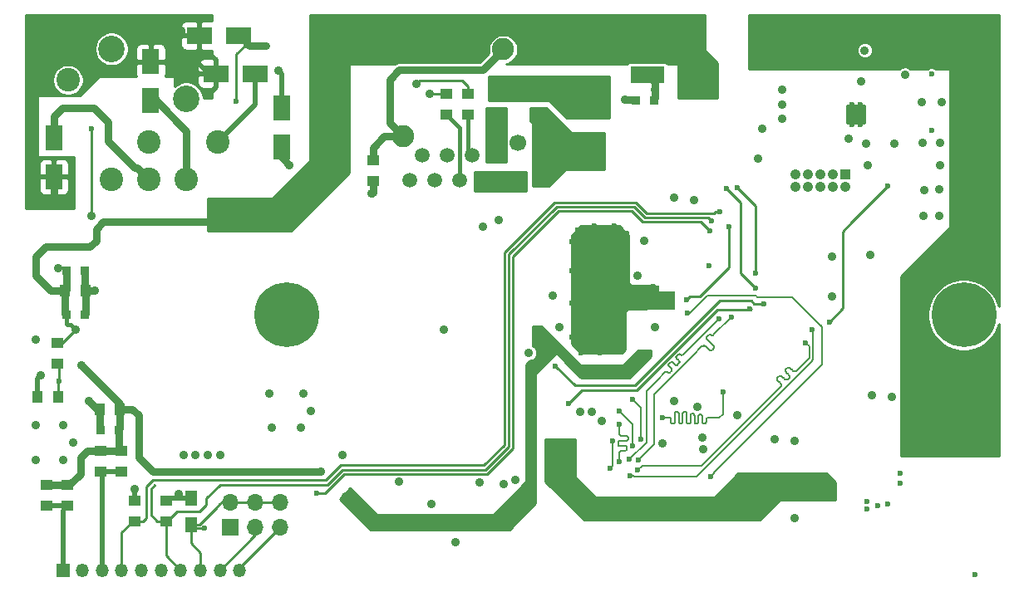
<source format=gbr>
G04 #@! TF.GenerationSoftware,KiCad,Pcbnew,5.1.4+dfsg1-1*
G04 #@! TF.CreationDate,2021-01-01T15:39:33+01:00*
G04 #@! TF.ProjectId,MIDI_FOOTSWITCH,4d494449-5f46-44f4-9f54-535749544348,rev?*
G04 #@! TF.SameCoordinates,PX4c4b400PY1312d00*
G04 #@! TF.FileFunction,Copper,L4,Bot*
G04 #@! TF.FilePolarity,Positive*
%FSLAX46Y46*%
G04 Gerber Fmt 4.6, Leading zero omitted, Abs format (unit mm)*
G04 Created by KiCad (PCBNEW 5.1.4+dfsg1-1) date 2021-01-01 15:39:33*
%MOMM*%
%LPD*%
G04 APERTURE LIST*
%ADD10C,2.700000*%
%ADD11C,2.400000*%
%ADD12C,1.500000*%
%ADD13C,2.250000*%
%ADD14C,1.700000*%
%ADD15R,1.300000X1.000000*%
%ADD16R,1.050000X1.050000*%
%ADD17C,1.050000*%
%ADD18R,1.300000X1.500000*%
%ADD19C,6.600000*%
%ADD20R,1.250000X1.000000*%
%ADD21R,0.900000X0.900000*%
%ADD22R,3.500000X1.800000*%
%ADD23R,2.300000X3.500000*%
%ADD24R,1.000000X1.300000*%
%ADD25R,2.500000X1.800000*%
%ADD26R,1.800000X2.500000*%
%ADD27O,1.350000X1.350000*%
%ADD28R,1.350000X1.350000*%
%ADD29O,1.700000X1.700000*%
%ADD30R,1.700000X1.700000*%
%ADD31C,0.889000*%
%ADD32C,0.600000*%
%ADD33C,1.200000*%
%ADD34C,0.512000*%
%ADD35C,0.762000*%
%ADD36C,0.200000*%
%ADD37C,0.254000*%
%ADD38C,0.508000*%
%ADD39C,1.270000*%
%ADD40C,0.400000*%
%ADD41C,0.100000*%
G04 APERTURE END LIST*
D10*
X9190000Y-3860000D03*
D11*
X13000000Y-17200000D03*
X4750000Y-7030000D03*
X13000000Y-13385000D03*
X9190000Y-17200000D03*
X16810000Y-17200000D03*
X19980000Y-13385000D03*
D10*
X16810000Y-8940000D03*
D12*
X48440000Y-14700000D03*
X47170000Y-17240000D03*
X45900000Y-14700000D03*
X44630000Y-17240000D03*
X43360000Y-14700000D03*
X42090000Y-17240000D03*
X40820000Y-14700000D03*
X39550000Y-17240000D03*
D13*
X49080000Y-3900000D03*
X38920000Y-12790000D03*
D14*
X50595000Y-13430400D03*
D15*
X35800000Y-17350000D03*
X35800000Y-15250000D03*
D16*
X83941760Y-16677600D03*
D17*
X82671760Y-16677600D03*
X81401760Y-16677600D03*
X80131760Y-16677600D03*
X78861760Y-16677600D03*
X82671760Y-17947600D03*
X81401760Y-17947600D03*
X80131760Y-17947600D03*
X78861760Y-17947600D03*
X83941760Y-17947600D03*
D18*
X17250000Y-52350000D03*
X17250000Y-49650000D03*
D19*
X27000000Y-31000000D03*
X96000000Y-31000000D03*
D20*
X52500000Y-10500000D03*
X52500000Y-8500000D03*
D21*
X64450000Y-9100000D03*
X62550000Y-9100000D03*
D22*
X63750000Y-6500000D03*
X68750000Y-6500000D03*
D23*
X56750000Y-14250000D03*
X56750000Y-8850000D03*
D15*
X43250000Y-10550000D03*
X43250000Y-8450000D03*
X45500000Y-8450000D03*
X45500000Y-10550000D03*
D24*
X52750000Y-17200000D03*
X50650000Y-17200000D03*
D15*
X48500000Y-10550000D03*
X48500000Y-8450000D03*
X10200000Y-44850000D03*
X10200000Y-46950000D03*
X8100000Y-46950000D03*
X8100000Y-44850000D03*
X4700000Y-50450000D03*
X4700000Y-48350000D03*
X2600000Y-48350000D03*
X2600000Y-50450000D03*
D24*
X1650000Y-39300000D03*
X3750000Y-39300000D03*
X6550000Y-28500000D03*
X4450000Y-28500000D03*
D21*
X4550000Y-26500000D03*
X6450000Y-26500000D03*
D15*
X11500000Y-49950000D03*
X11500000Y-52050000D03*
X14750000Y-52050000D03*
X14750000Y-49950000D03*
D21*
X4550000Y-31000000D03*
X6450000Y-31000000D03*
X9950000Y-42700000D03*
X8050000Y-42700000D03*
D24*
X7950000Y-40600000D03*
X10050000Y-40600000D03*
D15*
X3700000Y-35950000D03*
X3700000Y-33850000D03*
D25*
X18100000Y-2500000D03*
X22100000Y-2500000D03*
D26*
X13175000Y-5150000D03*
X13175000Y-9150000D03*
D25*
X23800000Y-6375000D03*
X19800000Y-6375000D03*
D26*
X3300000Y-12900000D03*
X3300000Y-16900000D03*
X26500000Y-9850000D03*
X26500000Y-13850000D03*
D27*
X22219999Y-57000000D03*
X20219999Y-57000000D03*
X18219999Y-57000000D03*
X16219999Y-57000000D03*
X14219999Y-57000000D03*
X12219999Y-57000000D03*
X10219999Y-57000000D03*
X8219999Y-57000000D03*
X6219999Y-57000000D03*
D28*
X4219999Y-57000000D03*
D29*
X26355000Y-50085000D03*
X26355000Y-52625000D03*
X23815000Y-50085000D03*
X23815000Y-52625000D03*
X21275000Y-50085000D03*
D30*
X21275000Y-52625000D03*
D31*
X64557900Y-32257900D03*
X16000000Y-49250000D03*
X1500000Y-42250000D03*
X4250000Y-42250000D03*
X5250000Y-44000000D03*
X1500000Y-45750000D03*
X4250000Y-45750000D03*
X25250000Y-39000000D03*
X28750000Y-39000000D03*
X29500000Y-40750000D03*
X25500000Y-42500000D03*
X28500000Y-42500000D03*
X58750000Y-13000000D03*
X58750000Y-14250000D03*
X58750000Y-15500000D03*
X61500000Y-9000000D03*
X38500000Y-48000000D03*
X66450000Y-39800000D03*
X51700000Y-34850000D03*
X54150000Y-29000000D03*
X63400000Y-23400000D03*
D32*
X60366255Y-21937622D03*
X58366255Y-21937621D03*
X61766255Y-25437622D03*
X61666255Y-27837622D03*
X56966255Y-34837622D03*
X58966255Y-34837622D03*
X61266255Y-34637622D03*
X56066255Y-33237621D03*
X61672535Y-30210622D03*
X63866256Y-30037622D03*
X56084536Y-29737622D03*
X56066255Y-26437621D03*
X56084535Y-23537622D03*
X56666255Y-22337621D03*
X61666255Y-22637622D03*
D31*
X68500000Y-19250000D03*
D32*
X70000000Y-26000000D03*
X85462500Y-9500000D03*
X84637500Y-11568750D03*
X84637500Y-9500000D03*
D33*
X85050000Y-10500000D03*
D32*
X85462500Y-11568750D03*
D31*
X90000000Y-6500000D03*
D32*
X92700000Y-6400000D03*
X92700000Y-12200000D03*
D31*
X93600000Y-13400000D03*
X91800000Y-13400000D03*
X84300000Y-13000000D03*
X86000000Y-13500000D03*
X88900000Y-13500000D03*
X93600000Y-15700000D03*
X86200000Y-15700000D03*
X85500000Y-7200000D03*
X85900000Y-4000000D03*
X72900000Y-41200000D03*
X11500000Y-48700000D03*
X49100000Y-48200000D03*
X35700000Y-18600000D03*
X76700000Y-43700000D03*
X82600000Y-29100000D03*
X86500000Y-24900000D03*
X86600000Y-39200000D03*
X7500000Y-28500000D03*
D32*
X87200000Y-50400000D03*
X86100000Y-50000000D03*
X86100000Y-50800000D03*
X89550000Y-48150000D03*
X89550000Y-47100000D03*
X88250000Y-50300000D03*
D31*
X78800000Y-51700000D03*
X77500000Y-8000000D03*
X77500000Y-9500000D03*
X77500000Y-11000000D03*
X75500000Y-12000000D03*
X75000000Y-15000000D03*
X1500000Y-33500000D03*
X6900000Y-39800000D03*
X48600000Y-21300000D03*
D32*
X64400000Y-28100000D03*
D31*
X2000000Y-37100000D03*
X3900000Y-19400000D03*
X27300000Y-15700000D03*
X16250000Y-2000000D03*
X13750000Y-3000000D03*
X17675000Y-5000000D03*
X1750000Y-1750000D03*
D32*
X97100000Y-57500000D03*
D31*
X91950000Y-18225000D03*
X93475000Y-18200000D03*
X93475000Y-20850000D03*
X91925000Y-20850000D03*
X69350000Y-43525000D03*
X69450000Y-44700000D03*
X50300000Y-47775000D03*
X56910000Y-40860000D03*
X58060000Y-40870000D03*
X59080000Y-41760000D03*
X44250000Y-54170000D03*
D32*
X55750000Y-40000000D03*
X74190000Y-30380000D03*
X75600000Y-29884900D03*
X54400000Y-36200000D03*
X67750000Y-29410622D03*
X72093740Y-22000000D03*
D31*
X68883781Y-40365199D03*
X66500000Y-19000000D03*
X91750000Y-9250000D03*
X93750000Y-9250000D03*
X41750000Y-50250000D03*
X46700000Y-48100000D03*
X78800000Y-43800000D03*
X82600000Y-25000000D03*
X88700000Y-39300000D03*
X43000000Y-32500000D03*
X47000000Y-22000000D03*
X62750000Y-27000000D03*
X65325000Y-44050000D03*
X54800000Y-32190000D03*
D32*
X70100000Y-22400000D03*
X30100000Y-49150000D03*
X18650000Y-52750000D03*
X70300000Y-21400000D03*
X71100000Y-20500000D03*
D31*
X82000000Y-48000000D03*
X81000000Y-49000000D03*
X53875000Y-44025000D03*
X59000000Y-7500000D03*
X59000000Y-8750000D03*
X59000000Y-10000000D03*
X40250000Y-7400000D03*
X41550000Y-8450000D03*
D32*
X70210000Y-47430000D03*
X67810000Y-30770000D03*
X63075000Y-43663235D03*
X62250000Y-39575000D03*
X62250000Y-44300000D03*
X60890000Y-40740000D03*
X79900000Y-33800000D03*
X62775000Y-46825000D03*
X62021464Y-47421464D03*
X80560000Y-32480000D03*
X72350000Y-31175000D03*
X62850000Y-45750000D03*
X71050000Y-31350000D03*
X61925000Y-45725000D03*
X60925000Y-45950000D03*
X60925000Y-42125000D03*
X59925000Y-46650000D03*
X60224999Y-43800001D03*
X71450000Y-38850000D03*
X65330000Y-41450000D03*
D31*
X75000000Y-1000000D03*
X76500000Y-1000000D03*
X74500000Y-2000000D03*
X74500000Y-3500000D03*
X16500000Y-45250000D03*
X17750000Y-45250000D03*
X19000000Y-45250000D03*
X20250000Y-45250000D03*
X93000000Y-42000000D03*
X93000000Y-45000000D03*
X93000000Y-43500000D03*
X64500000Y-8000000D03*
X63600000Y-35300000D03*
X52894499Y-32944499D03*
X33000000Y-49500000D03*
X32700000Y-45300000D03*
X30500000Y-47000000D03*
X6100000Y-36100000D03*
D32*
X74750000Y-28250000D03*
X71800000Y-18100000D03*
X7100000Y-12000000D03*
D31*
X7100000Y-20900000D03*
D32*
X74750000Y-26750000D03*
X72896034Y-18003966D03*
D31*
X67500000Y-8250000D03*
X68750000Y-8250000D03*
X70000000Y-8250000D03*
X20000000Y-21500000D03*
X21500000Y-21500000D03*
X23000000Y-21500000D03*
X24500000Y-21500000D03*
X3745533Y-26254467D03*
X5500000Y-32500000D03*
D32*
X24900000Y-3500000D03*
X21875000Y-9175000D03*
D31*
X26200000Y-6100000D03*
D32*
X3800000Y-37700000D03*
X88250000Y-17875000D03*
X82280000Y-31700000D03*
D34*
X17250000Y-49650000D02*
X14750000Y-49650000D01*
X17250000Y-49650000D02*
X16400000Y-49650000D01*
X16400000Y-49650000D02*
X16000000Y-49250000D01*
D35*
X58000000Y-13000000D02*
X56750000Y-14250000D01*
X58750000Y-13000000D02*
X58000000Y-13000000D01*
X56750000Y-14250000D02*
X58750000Y-14250000D01*
X56750000Y-14250000D02*
X57500000Y-14250000D01*
X57500000Y-14250000D02*
X58750000Y-15500000D01*
X62500000Y-9000000D02*
X61500000Y-9000000D01*
D36*
X61666255Y-22637622D02*
X60966255Y-21937622D01*
X60966255Y-21937622D02*
X60366255Y-21937622D01*
X58366255Y-21937621D02*
X58466256Y-21937621D01*
X58466256Y-21937621D02*
X60366255Y-21937622D01*
X61666255Y-22637622D02*
X61866255Y-22837622D01*
X61866255Y-22837622D02*
X61866256Y-25337621D01*
X61866256Y-25337621D02*
X61766255Y-25437622D01*
X61672535Y-27797622D02*
X61666255Y-27803902D01*
X61666255Y-27803902D02*
X61666255Y-27837622D01*
X61066256Y-34837622D02*
X58966255Y-34837622D01*
X61266255Y-34637622D02*
X61066256Y-34837622D01*
X56966255Y-34837622D02*
X56066255Y-33937622D01*
X56066255Y-33937622D02*
X56066255Y-33237621D01*
D37*
X61466255Y-34437622D02*
X61466255Y-34537622D01*
X56066255Y-33937622D02*
X56066255Y-29755902D01*
X56966255Y-34837622D02*
X56066255Y-33937622D01*
X61166255Y-34837622D02*
X56966255Y-34837622D01*
X61466255Y-34537622D02*
X61166255Y-34837622D01*
X56066255Y-29755902D02*
X56066255Y-26437621D01*
X56066255Y-26437621D02*
X56084536Y-26419341D01*
X56084536Y-26419341D02*
X56084535Y-22919342D01*
X56084535Y-22919342D02*
X56666255Y-22337621D01*
X56666255Y-22337621D02*
X56666255Y-22237622D01*
X56666255Y-22237622D02*
X56966255Y-21937622D01*
X56966255Y-21937622D02*
X56366255Y-22537622D01*
X56366255Y-22537622D02*
X56066255Y-22837622D01*
X56066255Y-22837622D02*
X56066255Y-23519342D01*
X56066255Y-23519342D02*
X56084535Y-23537622D01*
X61672535Y-30210622D02*
X61666255Y-30216902D01*
X61666255Y-30216902D02*
X61666255Y-30237622D01*
X63566256Y-30337622D02*
X63866256Y-30037622D01*
X61766255Y-30337622D02*
X63566256Y-30337622D01*
X61466255Y-30637621D02*
X61766255Y-30337622D01*
X61466255Y-30937621D02*
X61466255Y-30637621D01*
X61466255Y-34437622D02*
X61466255Y-30937621D01*
X56084536Y-29737622D02*
X56066255Y-29755902D01*
X56066255Y-23555901D02*
X56066255Y-26437621D01*
X56084535Y-23537622D02*
X56066255Y-23555901D01*
X56666255Y-22237622D02*
X56666255Y-22337621D01*
X56966255Y-21937622D02*
X56666255Y-22237622D01*
X58466256Y-21937621D02*
X56966255Y-21937622D01*
X60966255Y-21937622D02*
X60366255Y-21937622D01*
D38*
X11500000Y-49950000D02*
X11500000Y-48700000D01*
D35*
X35800000Y-17350000D02*
X35800000Y-18500000D01*
X35800000Y-18500000D02*
X35700000Y-18600000D01*
X6450000Y-28400000D02*
X6550000Y-28500000D01*
X6450000Y-26500000D02*
X6450000Y-28400000D01*
X6550000Y-28500000D02*
X7500000Y-28500000D01*
X6550000Y-30900000D02*
X6450000Y-31000000D01*
X6550000Y-28500000D02*
X6550000Y-30900000D01*
X7950000Y-42600000D02*
X8050000Y-42700000D01*
X7950000Y-40600000D02*
X7950000Y-42600000D01*
X7950000Y-40600000D02*
X7700000Y-40600000D01*
X7700000Y-40600000D02*
X6900000Y-39800000D01*
D37*
X61866255Y-27737622D02*
X61866255Y-25937622D01*
X61866256Y-24437622D02*
X61866255Y-22837622D01*
X61866255Y-25937622D02*
X61866256Y-24437622D01*
X64366255Y-28037622D02*
X62166255Y-28037622D01*
X64466255Y-28137622D02*
X64366255Y-28037622D01*
X62166255Y-28037622D02*
X61866255Y-27737622D01*
D38*
X1650000Y-39300000D02*
X1650000Y-37450000D01*
X1650000Y-37450000D02*
X2000000Y-37100000D01*
D35*
X3300000Y-17050000D02*
X3300000Y-18800000D01*
X3300000Y-18800000D02*
X3900000Y-19400000D01*
X26500000Y-13650000D02*
X26500000Y-14900000D01*
X26500000Y-14900000D02*
X27300000Y-15700000D01*
D37*
X17950000Y-2500000D02*
X16750000Y-2500000D01*
X16750000Y-2500000D02*
X16250000Y-2000000D01*
X13700000Y-3050000D02*
X13750000Y-3000000D01*
X12000000Y-3000000D02*
X10750000Y-1750000D01*
X10750000Y-1750000D02*
X1750000Y-1750000D01*
D38*
X19800000Y-4967000D02*
X19433000Y-4600000D01*
X19800000Y-6375000D02*
X19800000Y-4967000D01*
X17875000Y-4600000D02*
X17275000Y-5200000D01*
X19433000Y-4600000D02*
X17875000Y-4600000D01*
X19800000Y-7783000D02*
X19333000Y-8250000D01*
X19800000Y-6375000D02*
X19800000Y-7783000D01*
X19050000Y-6375000D02*
X17675000Y-5000000D01*
X19800000Y-6375000D02*
X19050000Y-6375000D01*
D37*
X62650000Y-38650000D02*
X57100000Y-38650000D01*
X70890000Y-30410000D02*
X62650000Y-38650000D01*
X57100000Y-38650000D02*
X55750000Y-40000000D01*
X70890000Y-30410000D02*
X74260000Y-30410000D01*
X74260000Y-30410000D02*
X74320000Y-30350000D01*
X56395990Y-38195990D02*
X54400000Y-36200000D01*
X75600000Y-29884900D02*
X74652862Y-29884900D01*
X74652862Y-29884900D02*
X74316929Y-29548967D01*
X74316929Y-29548967D02*
X71108967Y-29548967D01*
X71108967Y-29548967D02*
X62461944Y-38195990D01*
X62461944Y-38195990D02*
X56395990Y-38195990D01*
X68049999Y-29110623D02*
X69139377Y-29110623D01*
X67750000Y-29410622D02*
X68049999Y-29110623D01*
X72093740Y-26156260D02*
X71250000Y-27000000D01*
X72093740Y-22000000D02*
X72093740Y-26156260D01*
X69139377Y-29110623D02*
X71250000Y-27000000D01*
X22219999Y-56760001D02*
X22219999Y-57000000D01*
X26355000Y-52625000D02*
X22219999Y-56760001D01*
X18219999Y-57000000D02*
X18219999Y-55219999D01*
X17250000Y-54250000D02*
X17250000Y-52350000D01*
X18219999Y-55219999D02*
X17250000Y-54250000D01*
X21275000Y-50085000D02*
X23815000Y-50085000D01*
X26355000Y-50085000D02*
X23815000Y-50085000D01*
X32300000Y-47800000D02*
X32871501Y-47228499D01*
X31944499Y-48155501D02*
X32300000Y-47800000D01*
X62200000Y-20400000D02*
X63300000Y-21500000D01*
X54700000Y-20400000D02*
X62200000Y-20400000D01*
X50100000Y-25000000D02*
X54700000Y-20400000D01*
X50100000Y-44600000D02*
X50100000Y-25000000D01*
X63300000Y-21500000D02*
X69200000Y-21500000D01*
X47471501Y-47228499D02*
X50100000Y-44600000D01*
X32871501Y-47228499D02*
X47471501Y-47228499D01*
X69200000Y-21500000D02*
X70100000Y-22400000D01*
X18154000Y-52350000D02*
X19854000Y-50650000D01*
X17250000Y-52350000D02*
X18154000Y-52350000D01*
X19854000Y-50650000D02*
X19854000Y-50646000D01*
X20415000Y-50085000D02*
X20200000Y-50300000D01*
X21275000Y-50085000D02*
X20415000Y-50085000D01*
X19854000Y-50646000D02*
X20200000Y-50300000D01*
X20200000Y-50300000D02*
X20300000Y-50200000D01*
X31944499Y-48155501D02*
X31345992Y-48754008D01*
X31345992Y-48754008D02*
X30950000Y-49150000D01*
X30950000Y-49150000D02*
X30100000Y-49150000D01*
X17650000Y-52750000D02*
X17250000Y-52350000D01*
X18650000Y-52750000D02*
X17650000Y-52750000D01*
X23815000Y-53404999D02*
X20219999Y-57000000D01*
X23815000Y-52625000D02*
X23815000Y-53404999D01*
X14750000Y-52050000D02*
X13846000Y-52050000D01*
X13846000Y-52050000D02*
X13200000Y-51404000D01*
X13200000Y-51404000D02*
X13200000Y-48700000D01*
X13200000Y-48700000D02*
X13599999Y-48299999D01*
X14750000Y-55530001D02*
X14750000Y-52050000D01*
X16219999Y-57000000D02*
X14750000Y-55530001D01*
X20225001Y-48299999D02*
X18850000Y-49675000D01*
X31157935Y-48299999D02*
X32683444Y-46774489D01*
X32683444Y-46774489D02*
X47283445Y-46774489D01*
X47283445Y-46774489D02*
X49645990Y-44411944D01*
X49645990Y-44411944D02*
X49645990Y-24811943D01*
X63488056Y-21045990D02*
X69945990Y-21045990D01*
X69945990Y-21045990D02*
X70300000Y-21400000D01*
X31157935Y-48299999D02*
X20225001Y-48299999D01*
X62388057Y-19945990D02*
X63488056Y-21045990D01*
X54511943Y-19945990D02*
X62388057Y-19945990D01*
X49645990Y-24811943D02*
X54511943Y-19945990D01*
X18150000Y-51025000D02*
X16679000Y-51025000D01*
X18850000Y-49675000D02*
X18850000Y-50325000D01*
X18850000Y-50325000D02*
X18150000Y-51025000D01*
X14750000Y-52050000D02*
X14825000Y-52050000D01*
X15850000Y-51025000D02*
X16150000Y-51025000D01*
X14825000Y-52050000D02*
X15850000Y-51025000D01*
X16679000Y-51025000D02*
X16150000Y-51025000D01*
X63676112Y-20591980D02*
X70583756Y-20591980D01*
X11500000Y-52050000D02*
X12404000Y-52050000D01*
X70583756Y-20591980D02*
X70675736Y-20500000D01*
X12404000Y-52050000D02*
X12745990Y-51708010D01*
X62576114Y-19491980D02*
X63676112Y-20591980D01*
X12745990Y-48511943D02*
X13411941Y-47845991D01*
X70675736Y-20500000D02*
X71100000Y-20500000D01*
X12745990Y-51708010D02*
X12745990Y-48511943D01*
X13411941Y-47845991D02*
X30969875Y-47845991D01*
X49191980Y-44223888D02*
X49191980Y-24623886D01*
X30969875Y-47845991D02*
X32495387Y-46320479D01*
X49191980Y-24623886D02*
X54323886Y-19491980D01*
X32495387Y-46320479D02*
X47095389Y-46320479D01*
X47095389Y-46320479D02*
X49191980Y-44223888D01*
X54323886Y-19491980D02*
X62576114Y-19491980D01*
X11350000Y-52050000D02*
X11500000Y-52050000D01*
X10219999Y-53180001D02*
X11350000Y-52050000D01*
X10219999Y-57000000D02*
X10219999Y-53180001D01*
D34*
X10200000Y-46950000D02*
X8100000Y-46950000D01*
D38*
X8219999Y-47069999D02*
X8100000Y-46950000D01*
X8219999Y-57000000D02*
X8219999Y-47069999D01*
D34*
X4700000Y-50450000D02*
X2600000Y-50450000D01*
X4219999Y-50930001D02*
X4700000Y-50450000D01*
X4219999Y-57000000D02*
X4219999Y-50930001D01*
D35*
X74992000Y-48500000D02*
X74100000Y-47608000D01*
X76892000Y-48500000D02*
X74992000Y-48500000D01*
X81000000Y-48500000D02*
X76892000Y-48500000D01*
D39*
X76892000Y-48500000D02*
X76798000Y-48500000D01*
D35*
X56750000Y-8850000D02*
X57400000Y-8850000D01*
X57400000Y-8850000D02*
X59000000Y-7250000D01*
X56750000Y-8850000D02*
X58900000Y-8850000D01*
X58900000Y-8850000D02*
X59000000Y-8750000D01*
X56750000Y-8850000D02*
X57850000Y-8850000D01*
X57850000Y-8850000D02*
X59000000Y-10000000D01*
X38920000Y-12790000D02*
X36910000Y-12790000D01*
X35800000Y-13900000D02*
X35800000Y-15250000D01*
X36910000Y-12790000D02*
X35800000Y-13900000D01*
X47955001Y-5024999D02*
X47955001Y-5044999D01*
X49080000Y-3900000D02*
X47955001Y-5024999D01*
X47955001Y-5044999D02*
X47000000Y-6000000D01*
X47000000Y-6000000D02*
X38500000Y-6000000D01*
X38500000Y-6000000D02*
X37500000Y-7000000D01*
X37500000Y-11370000D02*
X38920000Y-12790000D01*
X37500000Y-7000000D02*
X37500000Y-11370000D01*
D37*
X45500000Y-7696000D02*
X44900000Y-7096000D01*
X45500000Y-8450000D02*
X45500000Y-7696000D01*
X44900000Y-7096000D02*
X40554000Y-7096000D01*
X40554000Y-7096000D02*
X40250000Y-7400000D01*
X41550000Y-8450000D02*
X43250000Y-8450000D01*
D36*
X70509999Y-47130001D02*
X70509999Y-47080001D01*
X70210000Y-47430000D02*
X70509999Y-47130001D01*
X70509999Y-47080001D02*
X81530000Y-36060000D01*
X81530000Y-32180000D02*
X81229999Y-31879999D01*
X81530000Y-33840000D02*
X81530000Y-32190000D01*
X81530000Y-33840000D02*
X81530000Y-32180000D01*
X81530000Y-36060000D02*
X81530000Y-33840000D01*
X81530000Y-32190000D02*
X78480000Y-29140000D01*
X78480000Y-29140000D02*
X74980000Y-29140000D01*
X74980000Y-29140000D02*
X74830000Y-28990000D01*
X74830000Y-28990000D02*
X72010000Y-28990000D01*
X72010000Y-28990000D02*
X69863882Y-28990000D01*
X72010000Y-28990000D02*
X70090000Y-28990000D01*
X69863882Y-28990000D02*
X68083882Y-30770000D01*
X68083882Y-30770000D02*
X67810000Y-30770000D01*
X63075000Y-43663235D02*
X63075000Y-40400000D01*
X63075000Y-40400000D02*
X62250000Y-39575000D01*
X62250000Y-42100000D02*
X62250000Y-43440000D01*
X60890000Y-40740000D02*
X62250000Y-42100000D01*
X62250000Y-43440000D02*
X62250000Y-44300000D01*
X63250000Y-46350000D02*
X62775000Y-46825000D01*
X74511856Y-41138144D02*
X69300000Y-46350000D01*
X77368975Y-38239007D02*
X77339827Y-38299533D01*
X77383924Y-38106334D02*
X77383924Y-38173512D01*
X77383924Y-38173512D02*
X77368975Y-38239007D01*
X77368975Y-38040839D02*
X77383924Y-38106334D01*
X77089438Y-37719287D02*
X77297942Y-37927791D01*
X77339827Y-38299533D02*
X77297943Y-38352056D01*
X77047552Y-37666764D02*
X77089438Y-37719287D01*
X77018405Y-37606238D02*
X77047552Y-37666764D01*
X77003456Y-37540744D02*
X77018405Y-37606238D01*
X77003456Y-37473565D02*
X77003456Y-37540744D01*
X77047552Y-37347545D02*
X77018405Y-37408071D01*
X77297943Y-38352056D02*
X74511856Y-41138144D01*
X77141960Y-37253138D02*
X77089438Y-37295023D01*
X77202486Y-37223990D02*
X77141960Y-37253138D01*
X77851984Y-36692216D02*
X77866933Y-36757710D01*
X77335159Y-37209041D02*
X77267981Y-37209041D01*
X77866933Y-36559543D02*
X77851984Y-36625037D01*
X77937966Y-36446495D02*
X77896080Y-36499017D01*
X77900750Y-37589509D02*
X77835256Y-37574560D01*
X77089438Y-37295023D02*
X77047552Y-37347545D01*
X78051014Y-36375462D02*
X77990488Y-36404610D01*
X78362230Y-36446495D02*
X78309708Y-36404610D01*
X78309708Y-36404610D02*
X78249182Y-36375462D01*
X78995000Y-36655000D02*
X78942477Y-36696885D01*
X78683784Y-36726032D02*
X78623258Y-36696885D01*
X69300000Y-46350000D02*
X63250000Y-46350000D01*
X78623258Y-36696885D02*
X78570735Y-36655000D01*
X78249182Y-36375462D02*
X78183687Y-36360513D01*
X78942477Y-36696885D02*
X78881951Y-36726032D01*
X79900000Y-33800000D02*
X80250000Y-34150000D01*
X77722207Y-37503528D02*
X77513702Y-37295023D01*
X77851984Y-36625037D02*
X77851984Y-36692216D01*
X80250000Y-34150000D02*
X80250000Y-35400000D01*
X78146470Y-37079263D02*
X78188355Y-37131785D01*
X77866933Y-36757710D02*
X77896080Y-36818236D01*
X77461180Y-37253138D02*
X77400654Y-37223990D01*
X77339827Y-37980313D02*
X77368975Y-38040839D01*
X78033423Y-37574560D02*
X77967929Y-37589509D01*
X78881951Y-36726032D02*
X78816457Y-36740981D01*
X80250000Y-35400000D02*
X78995000Y-36655000D01*
X77896080Y-36499017D02*
X77866933Y-36559543D01*
X78183687Y-36360513D02*
X78116509Y-36360513D01*
X78570735Y-36655000D02*
X78362230Y-36446495D01*
X77297942Y-37927791D02*
X77339827Y-37980313D01*
X77896080Y-36818236D02*
X77937966Y-36870759D01*
X77990488Y-36404610D02*
X77937966Y-36446495D01*
X78816457Y-36740981D02*
X78749278Y-36740981D01*
X78749278Y-36740981D02*
X78683784Y-36726032D01*
X77937966Y-36870759D02*
X78146470Y-37079263D01*
X78188355Y-37131785D02*
X78217503Y-37192311D01*
X78093949Y-37545413D02*
X78033423Y-37574560D01*
X77774730Y-37545413D02*
X77722207Y-37503528D01*
X78217503Y-37192311D02*
X78232452Y-37257806D01*
X78232452Y-37257806D02*
X78232452Y-37324984D01*
X78217503Y-37390479D02*
X78188355Y-37451005D01*
X77513702Y-37295023D02*
X77461180Y-37253138D01*
X78188355Y-37451005D02*
X78146471Y-37503528D01*
X78146471Y-37503528D02*
X78146472Y-37503528D01*
X78232452Y-37324984D02*
X78217503Y-37390479D01*
X77267981Y-37209041D02*
X77202486Y-37223990D01*
X78146472Y-37503528D02*
X78093949Y-37545413D01*
X78116509Y-36360513D02*
X78051014Y-36375462D01*
X77967929Y-37589509D02*
X77900750Y-37589509D01*
X77835256Y-37574560D02*
X77774730Y-37545413D01*
X77018405Y-37408071D02*
X77003456Y-37473565D01*
X77400654Y-37223990D02*
X77335159Y-37209041D01*
X62452114Y-47427850D02*
X68787850Y-47427850D01*
X62445728Y-47421464D02*
X62452114Y-47427850D01*
X62021464Y-47421464D02*
X62445728Y-47421464D01*
X80650010Y-35565688D02*
X80442849Y-35772849D01*
X80560000Y-32480000D02*
X80650010Y-32570010D01*
X80650010Y-32570010D02*
X80650010Y-35565688D01*
X80442849Y-35772849D02*
X68787850Y-47427850D01*
X64425000Y-44175000D02*
X62850000Y-45750000D01*
X69770591Y-33352614D02*
X69779311Y-33390819D01*
X69779311Y-33275221D02*
X69770591Y-33313426D01*
X70067727Y-34541632D02*
X70015203Y-34499747D01*
X68391338Y-35133662D02*
X64425000Y-39100000D01*
X72350000Y-31175000D02*
X70492500Y-33032500D01*
X70028162Y-33008066D02*
X69997524Y-33032500D01*
X70525449Y-34321205D02*
X70510501Y-34386698D01*
X64425000Y-39100000D02*
X64425000Y-44175000D01*
X70101674Y-32982344D02*
X70063469Y-32991064D01*
X70481352Y-34128006D02*
X70510500Y-34188532D01*
X69779311Y-33390819D02*
X69796314Y-33426125D01*
X70063469Y-32991064D02*
X70028162Y-33008066D01*
X69486639Y-34130923D02*
X69421146Y-34145871D01*
X70388350Y-33082655D02*
X70349162Y-33082655D01*
X69997524Y-33032500D02*
X69820747Y-33209276D01*
X69820747Y-33456764D02*
X70439467Y-34075483D01*
X69820747Y-33209276D02*
X69796314Y-33239914D01*
X69619312Y-34145872D02*
X69553819Y-34130922D01*
X70214373Y-33008066D02*
X70179067Y-32991064D01*
X70179067Y-32991064D02*
X70140862Y-32982344D01*
X69796314Y-33426125D02*
X69820747Y-33456764D01*
X69796314Y-33239914D02*
X69779311Y-33275221D01*
X69770591Y-33313426D02*
X69770591Y-33352614D01*
X70386945Y-34541633D02*
X70326420Y-34570779D01*
X69553819Y-34130922D02*
X69486639Y-34130923D01*
X70326420Y-34570779D02*
X70260925Y-34585729D01*
X70492500Y-33032500D02*
X70461861Y-33056933D01*
X70510501Y-34386698D02*
X70481353Y-34447224D01*
X70349162Y-33082655D02*
X70310957Y-33073935D01*
X70015203Y-34499747D02*
X69732361Y-34216905D01*
X70275650Y-33056933D02*
X70214373Y-33008066D01*
X70525450Y-34254025D02*
X70525449Y-34321205D01*
X70310957Y-33073935D02*
X70275650Y-33056933D01*
X70140862Y-32982344D02*
X70101674Y-32982344D01*
X70439467Y-34075483D02*
X70481352Y-34128006D01*
X70461861Y-33056933D02*
X70426555Y-33073935D01*
X70426555Y-33073935D02*
X70388350Y-33082655D01*
X70260925Y-34585729D02*
X70193747Y-34585728D01*
X69421146Y-34145871D02*
X69360620Y-34175019D01*
X70510500Y-34188532D02*
X70525450Y-34254025D01*
X69732361Y-34216905D02*
X69679838Y-34175020D01*
X70481353Y-34447224D02*
X70439467Y-34499747D01*
X70439467Y-34499747D02*
X70386945Y-34541633D01*
X70128252Y-34570780D02*
X70067727Y-34541632D01*
X69308097Y-34216905D02*
X68391338Y-35133662D01*
X70193747Y-34585728D02*
X70128252Y-34570780D01*
X69360620Y-34175019D02*
X69308097Y-34216905D01*
X69679838Y-34175020D02*
X69619312Y-34145872D01*
X63675000Y-43975000D02*
X61925000Y-45725000D01*
X65576879Y-36823124D02*
X64784774Y-37615226D01*
X65607516Y-36798692D02*
X65576879Y-36823124D01*
X65642824Y-36781689D02*
X65607516Y-36798692D01*
X65681028Y-36772970D02*
X65642824Y-36781689D01*
X65720216Y-36772970D02*
X65681028Y-36772970D01*
X65758422Y-36781689D02*
X65720216Y-36772970D01*
X65824365Y-36823125D02*
X65793728Y-36798691D01*
X65890311Y-36864560D02*
X65855004Y-36847557D01*
X65928515Y-36873281D02*
X65890311Y-36864560D01*
X65967703Y-36873280D02*
X65928515Y-36873281D01*
X66005907Y-36864561D02*
X65967703Y-36873280D01*
X66041214Y-36847558D02*
X66005907Y-36864561D01*
X66071853Y-36823124D02*
X66041214Y-36847558D01*
X66263429Y-36577553D02*
X66254710Y-36615757D01*
X66263429Y-36538365D02*
X66263429Y-36577553D01*
X65941351Y-36156088D02*
X65965784Y-36186726D01*
X65924348Y-36120781D02*
X65941351Y-36156088D01*
X65915628Y-36082576D02*
X65924348Y-36120781D01*
X65915628Y-36043389D02*
X65915628Y-36082576D01*
X65924348Y-36005184D02*
X65915628Y-36043389D01*
X65941351Y-35969877D02*
X65924348Y-36005184D01*
X65965784Y-35939239D02*
X65941351Y-35969877D01*
X64784774Y-37615226D02*
X63675000Y-38725000D01*
X66743602Y-35408908D02*
X66991091Y-35656397D01*
X66719169Y-35378270D02*
X66743602Y-35408908D01*
X66693446Y-35304758D02*
X66702166Y-35342963D01*
X66693446Y-35265571D02*
X66693446Y-35304758D01*
X66849671Y-36045306D02*
X66819032Y-36069740D01*
X66702166Y-35342963D02*
X66719169Y-35378270D01*
X67101873Y-34995566D02*
X67066567Y-34978564D01*
X66254710Y-36500159D02*
X66263429Y-36538365D01*
X66719169Y-35192059D02*
X66702166Y-35227366D01*
X66885024Y-35020000D02*
X66743602Y-35161421D01*
X66743602Y-35161421D02*
X66719169Y-35192059D01*
X67028362Y-34969844D02*
X66989174Y-34969844D01*
X66702166Y-35227366D02*
X66693446Y-35265571D01*
X67275850Y-35070155D02*
X67236662Y-35070155D01*
X66288749Y-35756382D02*
X66250544Y-35747662D01*
X67314055Y-35061435D02*
X67275850Y-35070155D01*
X66213273Y-36681703D02*
X66071853Y-36823124D01*
X66632822Y-36069739D02*
X66602183Y-36045307D01*
X71050000Y-31350000D02*
X67380000Y-35020000D01*
X66237706Y-36651064D02*
X66213273Y-36681703D01*
X66668129Y-36086742D02*
X66632822Y-36069739D01*
X66107206Y-35797818D02*
X65965784Y-35939239D01*
X65793728Y-36798691D02*
X65758422Y-36781689D01*
X67236662Y-35070155D02*
X67198457Y-35061435D01*
X67380000Y-35020000D02*
X67349361Y-35044433D01*
X66819032Y-36069740D02*
X66783725Y-36086743D01*
X66250544Y-35747662D02*
X66211356Y-35747662D01*
X65855004Y-36847557D02*
X65824365Y-36823125D01*
X67198457Y-35061435D02*
X67163150Y-35044433D01*
X66237707Y-36464852D02*
X66254710Y-36500159D01*
X67349361Y-35044433D02*
X67314055Y-35061435D01*
X65965784Y-36186726D02*
X66213273Y-36434215D01*
X67015524Y-35873246D02*
X66991091Y-35903885D01*
X66950969Y-34978564D02*
X66915662Y-34995566D01*
X67066567Y-34978564D02*
X67028362Y-34969844D01*
X66991091Y-35656397D02*
X67015525Y-35687034D01*
X66783725Y-36086743D02*
X66745521Y-36095462D01*
X67015525Y-35687034D02*
X67032528Y-35722341D01*
X66211356Y-35747662D02*
X66173151Y-35756382D01*
X67032528Y-35722341D02*
X67041247Y-35760547D01*
X67041247Y-35760547D02*
X67041247Y-35799735D01*
X67041247Y-35799735D02*
X67032528Y-35837939D01*
X67032528Y-35837939D02*
X67015524Y-35873246D01*
X66213273Y-36434215D02*
X66237707Y-36464852D01*
X66991091Y-35903885D02*
X66849671Y-36045306D01*
X66254710Y-36615757D02*
X66237706Y-36651064D01*
X66989174Y-34969844D02*
X66950969Y-34978564D01*
X67163150Y-35044433D02*
X67101873Y-34995566D01*
X66706333Y-36095463D02*
X66668129Y-36086742D01*
X66137845Y-35773385D02*
X66107206Y-35797818D01*
X66745521Y-36095462D02*
X66706333Y-36095463D01*
X66915662Y-34995566D02*
X66885024Y-35020000D01*
X66173151Y-35756382D02*
X66137845Y-35773385D01*
X66602183Y-36045307D02*
X66354694Y-35797818D01*
X63675000Y-38725000D02*
X63675000Y-43975000D01*
X66354694Y-35797818D02*
X66324056Y-35773385D01*
X66324056Y-35773385D02*
X66288749Y-35756382D01*
X60925000Y-43065000D02*
X60925000Y-42234618D01*
X60949757Y-43173470D02*
X60931268Y-43120630D01*
X60979542Y-43220872D02*
X60949757Y-43173470D01*
X61019127Y-43260457D02*
X60979542Y-43220872D01*
X61119369Y-43308731D02*
X61066529Y-43290242D01*
X61575000Y-43315000D02*
X61175000Y-43315000D01*
X61630630Y-43321268D02*
X61575000Y-43315000D01*
X61683470Y-43339757D02*
X61630630Y-43321268D01*
X61730872Y-43369542D02*
X61683470Y-43339757D01*
X61800242Y-43456529D02*
X61770457Y-43409127D01*
X61818731Y-43509369D02*
X61800242Y-43456529D01*
X61825000Y-43565000D02*
X61818731Y-43509369D01*
X61480630Y-44321268D02*
X61425000Y-44315000D01*
X60949757Y-44956529D02*
X60979542Y-44909127D01*
X61630630Y-43808731D02*
X61683470Y-43790242D01*
X61580872Y-44369542D02*
X61533470Y-44339757D01*
X61119369Y-44821268D02*
X61175000Y-44815000D01*
X61668731Y-44509369D02*
X61650242Y-44456529D01*
X61620457Y-44409127D02*
X61580872Y-44369542D01*
X60875000Y-43815000D02*
X61575000Y-43815000D01*
X61066529Y-43290242D02*
X61019127Y-43260457D01*
X61650242Y-44673470D02*
X61668731Y-44620630D01*
X61480630Y-44808731D02*
X61533470Y-44790242D01*
X60931268Y-43120630D02*
X60925000Y-43065000D01*
X60925000Y-45950000D02*
X60925000Y-45065000D01*
X60875000Y-44315000D02*
X60863874Y-44313746D01*
X61675000Y-44565000D02*
X61668731Y-44509369D01*
X61620457Y-44720872D02*
X61650242Y-44673470D01*
X61650242Y-44456529D02*
X61620457Y-44409127D01*
X60979542Y-44909127D02*
X61019127Y-44869542D01*
X61019127Y-44869542D02*
X61066529Y-44839757D01*
X61533470Y-44790242D02*
X61580872Y-44760457D01*
X60829952Y-43843305D02*
X60835909Y-43833825D01*
X61770457Y-43720872D02*
X61800242Y-43673470D01*
X61425000Y-44815000D02*
X61480630Y-44808731D01*
X60829952Y-44286694D02*
X60826254Y-44276126D01*
X61066529Y-44839757D02*
X61119369Y-44821268D01*
X61175000Y-43315000D02*
X61119369Y-43308731D01*
X61533470Y-44339757D02*
X61480630Y-44321268D01*
X61770457Y-43409127D02*
X61730872Y-43369542D01*
X61668731Y-44620630D02*
X61675000Y-44565000D01*
X60826254Y-43853873D02*
X60829952Y-43843305D01*
X60853306Y-43819951D02*
X60863874Y-43816253D01*
X60925000Y-45065000D02*
X60931268Y-45009369D01*
X61580872Y-44760457D02*
X61620457Y-44720872D01*
X60863874Y-44313746D02*
X60853306Y-44310048D01*
X60853306Y-44310048D02*
X60843826Y-44304091D01*
X60843826Y-44304091D02*
X60835909Y-44296174D01*
X60835909Y-44296174D02*
X60829952Y-44286694D01*
X60826254Y-44276126D02*
X60825000Y-44265000D01*
X60835909Y-43833825D02*
X60843826Y-43825908D01*
X60825000Y-44265000D02*
X60825000Y-43865000D01*
X60825000Y-43865000D02*
X60826254Y-43853873D01*
X61175000Y-44815000D02*
X61425000Y-44815000D01*
X60843826Y-43825908D02*
X60853306Y-43819951D01*
X60925000Y-42234618D02*
X60925000Y-42125000D01*
X60863874Y-43816253D02*
X60875000Y-43815000D01*
X61575000Y-43815000D02*
X61630630Y-43808731D01*
X61683470Y-43790242D02*
X61730872Y-43760457D01*
X60931268Y-45009369D02*
X60949757Y-44956529D01*
X61730872Y-43760457D02*
X61770457Y-43720872D01*
X61425000Y-44315000D02*
X60875000Y-44315000D01*
X61800242Y-43673470D02*
X61818731Y-43620630D01*
X61818731Y-43620630D02*
X61825000Y-43565000D01*
X59925000Y-46650000D02*
X60224999Y-46350001D01*
X60224999Y-46350001D02*
X60224999Y-44049999D01*
X60224999Y-44049999D02*
X60224999Y-43800001D01*
X69960000Y-41450000D02*
X71080000Y-41450000D01*
X69915495Y-41455014D02*
X69960000Y-41450000D01*
X69873223Y-41469806D02*
X69915495Y-41455014D01*
X69779806Y-41563223D02*
X69803633Y-41525302D01*
X69765014Y-41605495D02*
X69779806Y-41563223D01*
X69760000Y-41650000D02*
X69765014Y-41605495D01*
X69760000Y-41870333D02*
X69760000Y-41650000D01*
X69754985Y-41914837D02*
X69760000Y-41870333D01*
X69740193Y-41957109D02*
X69754985Y-41914837D01*
X69716366Y-41995030D02*
X69740193Y-41957109D01*
X69684697Y-42026699D02*
X69716366Y-41995030D01*
X69646776Y-42050526D02*
X69684697Y-42026699D01*
X69604504Y-42065318D02*
X69646776Y-42050526D01*
X69560000Y-42070333D02*
X69604504Y-42065318D01*
X69515495Y-42065318D02*
X69560000Y-42070333D01*
X69403633Y-41995030D02*
X69435302Y-42026699D01*
X69365014Y-41914837D02*
X69379806Y-41957109D01*
X69360000Y-41870333D02*
X69365014Y-41914837D01*
X69355984Y-41254193D02*
X69360000Y-41289833D01*
X69344138Y-41220340D02*
X69355984Y-41254193D01*
X69473223Y-42050526D02*
X69515495Y-42065318D01*
X69299695Y-41164611D02*
X69325056Y-41189972D01*
X69435302Y-42026699D02*
X69473223Y-42050526D01*
X69269327Y-41145529D02*
X69299695Y-41164611D01*
X69235474Y-41133683D02*
X69269327Y-41145529D01*
X69199834Y-41129667D02*
X69235474Y-41133683D01*
X69120166Y-41129667D02*
X69199834Y-41129667D01*
X69084525Y-41133683D02*
X69120166Y-41129667D01*
X69050672Y-41145529D02*
X69084525Y-41133683D01*
X69020304Y-41164611D02*
X69050672Y-41145529D01*
X68994943Y-41189972D02*
X69020304Y-41164611D01*
X68975861Y-41220340D02*
X68994943Y-41189972D01*
X68964015Y-41254193D02*
X68975861Y-41220340D01*
X68960000Y-41289833D02*
X68964015Y-41254193D01*
X68960000Y-41870333D02*
X68960000Y-41289833D01*
X68954985Y-41914837D02*
X68960000Y-41870333D01*
X68940193Y-41957109D02*
X68954985Y-41914837D01*
X68916366Y-41995030D02*
X68940193Y-41957109D01*
X68884697Y-42026699D02*
X68916366Y-41995030D01*
X68846776Y-42050526D02*
X68884697Y-42026699D01*
X68760000Y-42070333D02*
X68804504Y-42065318D01*
X71080000Y-41450000D02*
X71450000Y-41080000D01*
X68715495Y-42065318D02*
X68760000Y-42070333D01*
X68673223Y-42050526D02*
X68715495Y-42065318D01*
X68635302Y-42026699D02*
X68673223Y-42050526D01*
X68603633Y-41995030D02*
X68635302Y-42026699D01*
X67160000Y-42070333D02*
X67204504Y-42065318D01*
X65330000Y-41450000D02*
X65960000Y-41450000D01*
X69803633Y-41525302D02*
X69835302Y-41493633D01*
X66560000Y-41029667D02*
X66565014Y-40985163D01*
X67003633Y-41995030D02*
X67035302Y-42026699D01*
X66979806Y-41957109D02*
X67003633Y-41995030D01*
X66965014Y-41914837D02*
X66979806Y-41957109D01*
X67716366Y-40904970D02*
X67740193Y-40942891D01*
X66960000Y-41029667D02*
X66960000Y-41870333D01*
X67646776Y-40849474D02*
X67684697Y-40873301D01*
X66954985Y-40985163D02*
X66960000Y-41029667D01*
X69835302Y-41493633D02*
X69873223Y-41469806D01*
X66160000Y-41650000D02*
X66160000Y-41870333D01*
X67604504Y-40834682D02*
X67646776Y-40849474D01*
X67115495Y-42065318D02*
X67160000Y-42070333D01*
X66804504Y-40834682D02*
X66846776Y-40849474D01*
X66484697Y-42026699D02*
X66516366Y-41995030D01*
X68579806Y-41957109D02*
X68603633Y-41995030D01*
X68179806Y-41142891D02*
X68203633Y-41104970D01*
X68565014Y-41914837D02*
X68579806Y-41957109D01*
X68165014Y-41185163D02*
X68179806Y-41142891D01*
X66565014Y-40985163D02*
X66579806Y-40942891D01*
X68560000Y-41870333D02*
X68565014Y-41914837D01*
X68160000Y-41229667D02*
X68165014Y-41185163D01*
X66940193Y-40942891D02*
X66954985Y-40985163D01*
X66165014Y-41914837D02*
X66179806Y-41957109D01*
X67365014Y-40985163D02*
X67379806Y-40942891D01*
X67035302Y-42026699D02*
X67073223Y-42050526D01*
X68004504Y-42065318D02*
X68046776Y-42050526D01*
X66846776Y-40849474D02*
X66884697Y-40873301D01*
X66160000Y-41870333D02*
X66165014Y-41914837D01*
X66884697Y-40873301D02*
X66916366Y-40904970D01*
X69360000Y-41289833D02*
X69360000Y-41870333D01*
X66004504Y-41455014D02*
X66046776Y-41469806D01*
X67073223Y-42050526D02*
X67115495Y-42065318D01*
X65960000Y-41450000D02*
X66004504Y-41455014D01*
X69379806Y-41957109D02*
X69403633Y-41995030D01*
X66140193Y-41563223D02*
X66154985Y-41605495D01*
X66715495Y-40834682D02*
X66760000Y-40829667D01*
X66235302Y-42026699D02*
X66273223Y-42050526D01*
X68235302Y-41073301D02*
X68273223Y-41049474D01*
X66760000Y-40829667D02*
X66804504Y-40834682D01*
X67360000Y-41870333D02*
X67360000Y-41029667D01*
X69325056Y-41189972D02*
X69344138Y-41220340D01*
X66179806Y-41957109D02*
X66203633Y-41995030D01*
X66635302Y-40873301D02*
X66673223Y-40849474D01*
X66154985Y-41605495D02*
X66160000Y-41650000D01*
X66084697Y-41493633D02*
X66116366Y-41525302D01*
X67360000Y-41029667D02*
X67365014Y-40985163D01*
X66673223Y-40849474D02*
X66715495Y-40834682D01*
X68554985Y-41185163D02*
X68560000Y-41229667D01*
X66404504Y-42065318D02*
X66446776Y-42050526D01*
X66203633Y-41995030D02*
X66235302Y-42026699D01*
X66560000Y-41870333D02*
X66560000Y-41029667D01*
X66960000Y-41870333D02*
X66965014Y-41914837D01*
X67684697Y-40873301D02*
X67716366Y-40904970D01*
X66046776Y-41469806D02*
X66084697Y-41493633D01*
X67760000Y-41870333D02*
X67765014Y-41914837D01*
X68516366Y-41104970D02*
X68540193Y-41142891D01*
X66446776Y-42050526D02*
X66484697Y-42026699D01*
X67379806Y-40942891D02*
X67403633Y-40904970D01*
X66315495Y-42065318D02*
X66360000Y-42070333D01*
X66603633Y-40904970D02*
X66635302Y-40873301D01*
X67284697Y-42026699D02*
X67316366Y-41995030D01*
X66360000Y-42070333D02*
X66404504Y-42065318D01*
X71450000Y-40892181D02*
X71450000Y-38850000D01*
X66273223Y-42050526D02*
X66315495Y-42065318D01*
X67960000Y-42070333D02*
X68004504Y-42065318D01*
X66554985Y-41914837D02*
X66560000Y-41870333D01*
X66516366Y-41995030D02*
X66540193Y-41957109D01*
X68273223Y-41049474D02*
X68315495Y-41034682D01*
X67204504Y-42065318D02*
X67246776Y-42050526D01*
X66579806Y-40942891D02*
X66603633Y-40904970D01*
X67246776Y-42050526D02*
X67284697Y-42026699D01*
X68154985Y-41914837D02*
X68160000Y-41870333D01*
X67316366Y-41995030D02*
X67340193Y-41957109D01*
X67340193Y-41957109D02*
X67354985Y-41914837D01*
X67354985Y-41914837D02*
X67360000Y-41870333D01*
X66916366Y-40904970D02*
X66940193Y-40942891D01*
X67403633Y-40904970D02*
X67435302Y-40873301D01*
X67435302Y-40873301D02*
X67473223Y-40849474D01*
X67473223Y-40849474D02*
X67515495Y-40834682D01*
X67515495Y-40834682D02*
X67560000Y-40829667D01*
X67560000Y-40829667D02*
X67604504Y-40834682D01*
X66116366Y-41525302D02*
X66140193Y-41563223D01*
X67740193Y-40942891D02*
X67754985Y-40985163D01*
X67754985Y-40985163D02*
X67760000Y-41029667D01*
X68446776Y-41049474D02*
X68484697Y-41073301D01*
X67760000Y-41029667D02*
X67760000Y-41870333D01*
X66540193Y-41957109D02*
X66554985Y-41914837D01*
X68484697Y-41073301D02*
X68516366Y-41104970D01*
X67765014Y-41914837D02*
X67779806Y-41957109D01*
X67779806Y-41957109D02*
X67803633Y-41995030D01*
X67803633Y-41995030D02*
X67835302Y-42026699D01*
X67835302Y-42026699D02*
X67873223Y-42050526D01*
X67873223Y-42050526D02*
X67915495Y-42065318D01*
X71450000Y-41080000D02*
X71450000Y-40892181D01*
X67915495Y-42065318D02*
X67960000Y-42070333D01*
X68046776Y-42050526D02*
X68084697Y-42026699D01*
X68084697Y-42026699D02*
X68116366Y-41995030D01*
X68116366Y-41995030D02*
X68140193Y-41957109D01*
X68140193Y-41957109D02*
X68154985Y-41914837D01*
X68560000Y-41229667D02*
X68560000Y-41870333D01*
X68160000Y-41870333D02*
X68160000Y-41229667D01*
X68203633Y-41104970D02*
X68235302Y-41073301D01*
X68315495Y-41034682D02*
X68360000Y-41029667D01*
X68360000Y-41029667D02*
X68404504Y-41034682D01*
X68804504Y-42065318D02*
X68846776Y-42050526D01*
X68404504Y-41034682D02*
X68446776Y-41049474D01*
X68540193Y-41142891D02*
X68554985Y-41185163D01*
D35*
X64500000Y-7250000D02*
X63750000Y-6500000D01*
X64500000Y-8000000D02*
X64500000Y-7250000D01*
X64500000Y-8900000D02*
X64400000Y-9000000D01*
X64500000Y-8000000D02*
X64500000Y-8900000D01*
D40*
X44630000Y-17240000D02*
X44630000Y-11930000D01*
X44630000Y-11930000D02*
X43250000Y-10550000D01*
X45500000Y-14300000D02*
X45900000Y-14700000D01*
X45500000Y-10550000D02*
X45500000Y-14300000D01*
D35*
X50610000Y-17240000D02*
X50650000Y-17200000D01*
X47170000Y-17240000D02*
X50610000Y-17240000D01*
X48500000Y-14640000D02*
X48440000Y-14700000D01*
X48500000Y-10550000D02*
X48500000Y-14640000D01*
X52894499Y-32944499D02*
X57100000Y-37150000D01*
X60550000Y-37150000D02*
X60950000Y-37150000D01*
X57100000Y-37150000D02*
X60550000Y-37150000D01*
X52894499Y-35173243D02*
X52800000Y-35267742D01*
X52894499Y-32944499D02*
X52894499Y-35173243D01*
X36100000Y-52600000D02*
X33000000Y-49500000D01*
X30500000Y-47000000D02*
X13400000Y-47000000D01*
X11950000Y-41238000D02*
X11950000Y-45550000D01*
X11312000Y-40600000D02*
X11950000Y-41238000D01*
X10050000Y-40600000D02*
X11312000Y-40600000D01*
X13400000Y-47000000D02*
X11950000Y-45550000D01*
X10050000Y-42600000D02*
X9950000Y-42700000D01*
X10050000Y-40600000D02*
X10050000Y-42600000D01*
X9950000Y-44600000D02*
X10200000Y-44850000D01*
X9950000Y-42700000D02*
X9950000Y-44600000D01*
X10200000Y-44850000D02*
X8100000Y-44850000D01*
X6688000Y-44850000D02*
X6000000Y-45538000D01*
X8100000Y-44850000D02*
X6688000Y-44850000D01*
X6000000Y-45538000D02*
X6000000Y-47200000D01*
X4850000Y-48350000D02*
X4700000Y-48350000D01*
X6000000Y-47200000D02*
X4850000Y-48350000D01*
X4700000Y-48350000D02*
X2600000Y-48350000D01*
X10050000Y-40600000D02*
X10050000Y-40050000D01*
X10050000Y-40050000D02*
X6100000Y-36100000D01*
X61750000Y-37150000D02*
X63600000Y-35300000D01*
X60550000Y-37150000D02*
X61750000Y-37150000D01*
D37*
X74750000Y-28250000D02*
X73250000Y-26750000D01*
X73250000Y-19550000D02*
X73250000Y-19850000D01*
X73250000Y-26750000D02*
X73250000Y-19850000D01*
X71800000Y-18100000D02*
X73250000Y-19550000D01*
X7100000Y-20900000D02*
X7100000Y-12000000D01*
X74750000Y-26750000D02*
X74750000Y-19857933D01*
X74750000Y-19857933D02*
X72896034Y-18003966D01*
D38*
X68750000Y-6500000D02*
X68750000Y-7000000D01*
X68750000Y-7000000D02*
X67500000Y-8250000D01*
X68750000Y-6500000D02*
X68750000Y-8250000D01*
X68750000Y-7000000D02*
X70000000Y-8250000D01*
D34*
X20000000Y-21500000D02*
X21500000Y-21500000D01*
X23000000Y-21500000D02*
X24500000Y-21500000D01*
D37*
X4304467Y-26254467D02*
X4550000Y-26500000D01*
X3745533Y-26254467D02*
X4304467Y-26254467D01*
D35*
X4550000Y-28400000D02*
X4450000Y-28500000D01*
X4550000Y-26500000D02*
X4550000Y-28400000D01*
X2500000Y-24000000D02*
X7000000Y-24000000D01*
X1500000Y-25000000D02*
X2500000Y-24000000D01*
X12000000Y-21500000D02*
X11500000Y-21500000D01*
X1500000Y-27000000D02*
X1500000Y-25000000D01*
X4450000Y-28500000D02*
X3000000Y-28500000D01*
X3000000Y-28500000D02*
X1500000Y-27000000D01*
X13000000Y-21500000D02*
X8300000Y-21500000D01*
X13000000Y-21500000D02*
X12000000Y-21500000D01*
X20000000Y-21500000D02*
X13000000Y-21500000D01*
X7600000Y-22200000D02*
X7600000Y-23400000D01*
X7000000Y-24000000D02*
X7600000Y-23400000D01*
X8300000Y-21500000D02*
X7600000Y-22200000D01*
X4450000Y-30900000D02*
X4550000Y-31000000D01*
X4450000Y-28500000D02*
X4450000Y-30900000D01*
D40*
X5500000Y-32500000D02*
X5000000Y-32000000D01*
X4550000Y-31850000D02*
X4550000Y-31000000D01*
X4700000Y-32000000D02*
X4550000Y-31850000D01*
X5000000Y-32000000D02*
X4700000Y-32000000D01*
D37*
X4150000Y-33850000D02*
X5500000Y-32500000D01*
X3700000Y-33850000D02*
X4150000Y-33850000D01*
D35*
X23250000Y-3500000D02*
X22250000Y-2500000D01*
X24900000Y-3500000D02*
X23250000Y-3500000D01*
D37*
X24025000Y-3500000D02*
X23000000Y-3500000D01*
X24900000Y-3500000D02*
X24025000Y-3500000D01*
X22775000Y-3500000D02*
X23250000Y-3500000D01*
X21875000Y-9175000D02*
X21875000Y-4400000D01*
X21875000Y-4400000D02*
X22775000Y-3500000D01*
D35*
X13700000Y-9150000D02*
X13700000Y-9050000D01*
X16810000Y-12260000D02*
X13700000Y-9150000D01*
X16810000Y-17200000D02*
X16810000Y-12260000D01*
D38*
X23800000Y-9565000D02*
X23800000Y-6375000D01*
X19980000Y-13385000D02*
X23800000Y-9565000D01*
D35*
X3300000Y-10738000D02*
X3300000Y-12750000D01*
X4138000Y-9900000D02*
X3300000Y-10738000D01*
X7400000Y-9900000D02*
X4138000Y-9900000D01*
X13000000Y-17200000D02*
X11800001Y-16000001D01*
X11800001Y-16000001D02*
X11500001Y-16000001D01*
X11500001Y-16000001D02*
X8800000Y-13300000D01*
X8800000Y-13300000D02*
X8800000Y-11300000D01*
X8800000Y-11300000D02*
X7400000Y-9900000D01*
D38*
X26500000Y-6400000D02*
X26200000Y-6100000D01*
X26500000Y-9350000D02*
X26500000Y-6400000D01*
D37*
X3800000Y-36050000D02*
X3700000Y-35950000D01*
X3800000Y-37700000D02*
X3800000Y-36050000D01*
X3750000Y-37750000D02*
X3800000Y-37700000D01*
X3750000Y-39300000D02*
X3750000Y-37750000D01*
X82280000Y-31700000D02*
X83670000Y-30310000D01*
X83670000Y-30310000D02*
X83670000Y-22455000D01*
X83670000Y-22455000D02*
X84617500Y-21507500D01*
X84617500Y-21507500D02*
X88250000Y-17875000D01*
D41*
G36*
X61916255Y-22858332D02*
G01*
X61916255Y-27637621D01*
X61917216Y-27647376D01*
X61920061Y-27656755D01*
X61924682Y-27665400D01*
X61930900Y-27672976D01*
X62230900Y-27972976D01*
X62238476Y-27979194D01*
X62247121Y-27983815D01*
X62256500Y-27986660D01*
X62266255Y-27987621D01*
X64850000Y-27987621D01*
X64850000Y-28537621D01*
X64850961Y-28547376D01*
X64853806Y-28556755D01*
X64858427Y-28565400D01*
X64864645Y-28572976D01*
X64872221Y-28579194D01*
X64880866Y-28583815D01*
X64890245Y-28586660D01*
X64900000Y-28587621D01*
X66516256Y-28587622D01*
X66516256Y-30387622D01*
X61766255Y-30387622D01*
X61756500Y-30388583D01*
X61747121Y-30391428D01*
X61738476Y-30396049D01*
X61730900Y-30402267D01*
X61530901Y-30602266D01*
X61524683Y-30609842D01*
X61520062Y-30618487D01*
X61517217Y-30627866D01*
X61516256Y-30637621D01*
X61516256Y-34416912D01*
X61045546Y-34887622D01*
X56986965Y-34887622D01*
X56016255Y-33916912D01*
X56016255Y-22858332D01*
X56986965Y-21887622D01*
X60945545Y-21887622D01*
X61916255Y-22858332D01*
X61916255Y-22858332D01*
G37*
X61916255Y-22858332D02*
X61916255Y-27637621D01*
X61917216Y-27647376D01*
X61920061Y-27656755D01*
X61924682Y-27665400D01*
X61930900Y-27672976D01*
X62230900Y-27972976D01*
X62238476Y-27979194D01*
X62247121Y-27983815D01*
X62256500Y-27986660D01*
X62266255Y-27987621D01*
X64850000Y-27987621D01*
X64850000Y-28537621D01*
X64850961Y-28547376D01*
X64853806Y-28556755D01*
X64858427Y-28565400D01*
X64864645Y-28572976D01*
X64872221Y-28579194D01*
X64880866Y-28583815D01*
X64890245Y-28586660D01*
X64900000Y-28587621D01*
X66516256Y-28587622D01*
X66516256Y-30387622D01*
X61766255Y-30387622D01*
X61756500Y-30388583D01*
X61747121Y-30391428D01*
X61738476Y-30396049D01*
X61730900Y-30402267D01*
X61530901Y-30602266D01*
X61524683Y-30609842D01*
X61520062Y-30618487D01*
X61517217Y-30627866D01*
X61516256Y-30637621D01*
X61516256Y-34416912D01*
X61045546Y-34887622D01*
X56986965Y-34887622D01*
X56016255Y-33916912D01*
X56016255Y-22858332D01*
X56986965Y-21887622D01*
X60945545Y-21887622D01*
X61916255Y-22858332D01*
D37*
G36*
X49373000Y-13263911D02*
G01*
X49364000Y-13309157D01*
X49364000Y-13551643D01*
X49373000Y-13596889D01*
X49373000Y-15373000D01*
X47377000Y-15373000D01*
X47377000Y-9877000D01*
X49373000Y-9877000D01*
X49373000Y-13263911D01*
X49373000Y-13263911D01*
G37*
X49373000Y-13263911D02*
X49364000Y-13309157D01*
X49364000Y-13551643D01*
X49373000Y-13596889D01*
X49373000Y-15373000D01*
X47377000Y-15373000D01*
X47377000Y-9877000D01*
X49373000Y-9877000D01*
X49373000Y-13263911D01*
G36*
X51373000Y-18373000D02*
G01*
X46127000Y-18373000D01*
X46127000Y-16377000D01*
X51373000Y-16377000D01*
X51373000Y-18373000D01*
X51373000Y-18373000D01*
G37*
X51373000Y-18373000D02*
X46127000Y-18373000D01*
X46127000Y-16377000D01*
X51373000Y-16377000D01*
X51373000Y-18373000D01*
G36*
X58373000Y-10873000D02*
G01*
X55552606Y-10873000D01*
X53839803Y-9160197D01*
X53820557Y-9144403D01*
X53798601Y-9132667D01*
X53774776Y-9125440D01*
X53750000Y-9123000D01*
X47627000Y-9123000D01*
X47627000Y-6627000D01*
X58373000Y-6627000D01*
X58373000Y-10873000D01*
X58373000Y-10873000D01*
G37*
X58373000Y-10873000D02*
X55552606Y-10873000D01*
X53839803Y-9160197D01*
X53820557Y-9144403D01*
X53798601Y-9132667D01*
X53774776Y-9125440D01*
X53750000Y-9123000D01*
X47627000Y-9123000D01*
X47627000Y-6627000D01*
X58373000Y-6627000D01*
X58373000Y-10873000D01*
G36*
X55910197Y-12339803D02*
G01*
X55929443Y-12355597D01*
X55951399Y-12367333D01*
X55975224Y-12374560D01*
X56000000Y-12377000D01*
X59373000Y-12377000D01*
X59373000Y-16123000D01*
X55500000Y-16123000D01*
X55475224Y-16125440D01*
X55451399Y-16132667D01*
X55429443Y-16144403D01*
X55410197Y-16160197D01*
X53697394Y-17873000D01*
X52127000Y-17873000D01*
X52127000Y-11500000D01*
X52124560Y-11475224D01*
X52117333Y-11451399D01*
X52105597Y-11429443D01*
X52089803Y-11410197D01*
X51877000Y-11197394D01*
X51877000Y-9877000D01*
X53447394Y-9877000D01*
X55910197Y-12339803D01*
X55910197Y-12339803D01*
G37*
X55910197Y-12339803D02*
X55929443Y-12355597D01*
X55951399Y-12367333D01*
X55975224Y-12374560D01*
X56000000Y-12377000D01*
X59373000Y-12377000D01*
X59373000Y-16123000D01*
X55500000Y-16123000D01*
X55475224Y-16125440D01*
X55451399Y-16132667D01*
X55429443Y-16144403D01*
X55410197Y-16160197D01*
X53697394Y-17873000D01*
X52127000Y-17873000D01*
X52127000Y-11500000D01*
X52124560Y-11475224D01*
X52117333Y-11451399D01*
X52105597Y-11429443D01*
X52089803Y-11410197D01*
X51877000Y-11197394D01*
X51877000Y-9877000D01*
X53447394Y-9877000D01*
X55910197Y-12339803D01*
G36*
X59873000Y-10873000D02*
G01*
X58377000Y-10873000D01*
X58377000Y-6627000D01*
X59873000Y-6627000D01*
X59873000Y-10873000D01*
X59873000Y-10873000D01*
G37*
X59873000Y-10873000D02*
X58377000Y-10873000D01*
X58377000Y-6627000D01*
X59873000Y-6627000D01*
X59873000Y-10873000D01*
G36*
X69623000Y-4000000D02*
G01*
X69625440Y-4024776D01*
X69632667Y-4048601D01*
X69644403Y-4070557D01*
X69660197Y-4089803D01*
X70873000Y-5302606D01*
X70873000Y-8873000D01*
X66877000Y-8873000D01*
X66877000Y-5500000D01*
X66874560Y-5475224D01*
X66867333Y-5451399D01*
X66855597Y-5429443D01*
X66839803Y-5410197D01*
X66820557Y-5394403D01*
X66798601Y-5382667D01*
X66774776Y-5375440D01*
X66750000Y-5373000D01*
X65806583Y-5373000D01*
X65770711Y-5329289D01*
X65712696Y-5281678D01*
X65646508Y-5246299D01*
X65574689Y-5224513D01*
X65500000Y-5217157D01*
X62000000Y-5217157D01*
X61925311Y-5224513D01*
X61853492Y-5246299D01*
X61787304Y-5281678D01*
X61729289Y-5329289D01*
X61693417Y-5373000D01*
X49394229Y-5373000D01*
X49519284Y-5348125D01*
X49793359Y-5234600D01*
X50040019Y-5069787D01*
X50249787Y-4860019D01*
X50414600Y-4613359D01*
X50528125Y-4339284D01*
X50586000Y-4048328D01*
X50586000Y-3751672D01*
X50528125Y-3460716D01*
X50414600Y-3186641D01*
X50249787Y-2939981D01*
X50040019Y-2730213D01*
X49793359Y-2565400D01*
X49519284Y-2451875D01*
X49228328Y-2394000D01*
X48931672Y-2394000D01*
X48640716Y-2451875D01*
X48366641Y-2565400D01*
X48119981Y-2730213D01*
X47910213Y-2939981D01*
X47745400Y-3186641D01*
X47631875Y-3460716D01*
X47574000Y-3751672D01*
X47574000Y-4048328D01*
X47620462Y-4281908D01*
X47442655Y-4459715D01*
X47413579Y-4483577D01*
X47376358Y-4528932D01*
X47318356Y-4599607D01*
X47313297Y-4609072D01*
X46684370Y-5238000D01*
X38537423Y-5238000D01*
X38500000Y-5234314D01*
X38462577Y-5238000D01*
X38462574Y-5238000D01*
X38350622Y-5249026D01*
X38206985Y-5292598D01*
X38181493Y-5306224D01*
X38074607Y-5363355D01*
X38062855Y-5373000D01*
X33500000Y-5373000D01*
X33475224Y-5375440D01*
X33451399Y-5382667D01*
X33429443Y-5394403D01*
X33410197Y-5410197D01*
X33394403Y-5429443D01*
X33382667Y-5451399D01*
X33375440Y-5475224D01*
X33373000Y-5500000D01*
X33373000Y-16447394D01*
X27447394Y-22373000D01*
X18977000Y-22373000D01*
X18977000Y-19127000D01*
X25500000Y-19127000D01*
X25524776Y-19124560D01*
X25548601Y-19117333D01*
X25570557Y-19105597D01*
X25589803Y-19089803D01*
X29339803Y-15339803D01*
X29355597Y-15320557D01*
X29367333Y-15298601D01*
X29374560Y-15274776D01*
X29377000Y-15250000D01*
X29377000Y-431000D01*
X69623000Y-431000D01*
X69623000Y-4000000D01*
X69623000Y-4000000D01*
G37*
X69623000Y-4000000D02*
X69625440Y-4024776D01*
X69632667Y-4048601D01*
X69644403Y-4070557D01*
X69660197Y-4089803D01*
X70873000Y-5302606D01*
X70873000Y-8873000D01*
X66877000Y-8873000D01*
X66877000Y-5500000D01*
X66874560Y-5475224D01*
X66867333Y-5451399D01*
X66855597Y-5429443D01*
X66839803Y-5410197D01*
X66820557Y-5394403D01*
X66798601Y-5382667D01*
X66774776Y-5375440D01*
X66750000Y-5373000D01*
X65806583Y-5373000D01*
X65770711Y-5329289D01*
X65712696Y-5281678D01*
X65646508Y-5246299D01*
X65574689Y-5224513D01*
X65500000Y-5217157D01*
X62000000Y-5217157D01*
X61925311Y-5224513D01*
X61853492Y-5246299D01*
X61787304Y-5281678D01*
X61729289Y-5329289D01*
X61693417Y-5373000D01*
X49394229Y-5373000D01*
X49519284Y-5348125D01*
X49793359Y-5234600D01*
X50040019Y-5069787D01*
X50249787Y-4860019D01*
X50414600Y-4613359D01*
X50528125Y-4339284D01*
X50586000Y-4048328D01*
X50586000Y-3751672D01*
X50528125Y-3460716D01*
X50414600Y-3186641D01*
X50249787Y-2939981D01*
X50040019Y-2730213D01*
X49793359Y-2565400D01*
X49519284Y-2451875D01*
X49228328Y-2394000D01*
X48931672Y-2394000D01*
X48640716Y-2451875D01*
X48366641Y-2565400D01*
X48119981Y-2730213D01*
X47910213Y-2939981D01*
X47745400Y-3186641D01*
X47631875Y-3460716D01*
X47574000Y-3751672D01*
X47574000Y-4048328D01*
X47620462Y-4281908D01*
X47442655Y-4459715D01*
X47413579Y-4483577D01*
X47376358Y-4528932D01*
X47318356Y-4599607D01*
X47313297Y-4609072D01*
X46684370Y-5238000D01*
X38537423Y-5238000D01*
X38500000Y-5234314D01*
X38462577Y-5238000D01*
X38462574Y-5238000D01*
X38350622Y-5249026D01*
X38206985Y-5292598D01*
X38181493Y-5306224D01*
X38074607Y-5363355D01*
X38062855Y-5373000D01*
X33500000Y-5373000D01*
X33475224Y-5375440D01*
X33451399Y-5382667D01*
X33429443Y-5394403D01*
X33410197Y-5410197D01*
X33394403Y-5429443D01*
X33382667Y-5451399D01*
X33375440Y-5475224D01*
X33373000Y-5500000D01*
X33373000Y-16447394D01*
X27447394Y-22373000D01*
X18977000Y-22373000D01*
X18977000Y-19127000D01*
X25500000Y-19127000D01*
X25524776Y-19124560D01*
X25548601Y-19117333D01*
X25570557Y-19105597D01*
X25589803Y-19089803D01*
X29339803Y-15339803D01*
X29355597Y-15320557D01*
X29367333Y-15298601D01*
X29374560Y-15274776D01*
X29377000Y-15250000D01*
X29377000Y-431000D01*
X69623000Y-431000D01*
X69623000Y-4000000D01*
G36*
X99569000Y-30074395D02*
G01*
X99539541Y-29926292D01*
X99262060Y-29256393D01*
X98859220Y-28653499D01*
X98346501Y-28140780D01*
X97743607Y-27737940D01*
X97073708Y-27460459D01*
X96362547Y-27319000D01*
X95637453Y-27319000D01*
X94926292Y-27460459D01*
X94256393Y-27737940D01*
X93653499Y-28140780D01*
X93140780Y-28653499D01*
X92737940Y-29256393D01*
X92460459Y-29926292D01*
X92319000Y-30637453D01*
X92319000Y-31362547D01*
X92460459Y-32073708D01*
X92737940Y-32743607D01*
X93140780Y-33346501D01*
X93653499Y-33859220D01*
X94256393Y-34262060D01*
X94926292Y-34539541D01*
X95637453Y-34681000D01*
X96362547Y-34681000D01*
X97073708Y-34539541D01*
X97743607Y-34262060D01*
X98346501Y-33859220D01*
X98859220Y-33346501D01*
X99262060Y-32743607D01*
X99539541Y-32073708D01*
X99569000Y-31925606D01*
X99569000Y-45373000D01*
X89627000Y-45373000D01*
X89627000Y-27052606D01*
X94589803Y-22089803D01*
X94605597Y-22070557D01*
X94617333Y-22048601D01*
X94624560Y-22024776D01*
X94627000Y-22000000D01*
X94627000Y-6000000D01*
X94624560Y-5975224D01*
X94617333Y-5951399D01*
X94605597Y-5929443D01*
X94589803Y-5910197D01*
X94570557Y-5894403D01*
X94548601Y-5882667D01*
X94524776Y-5875440D01*
X94500000Y-5873000D01*
X93136079Y-5873000D01*
X93134112Y-5871033D01*
X93022574Y-5796506D01*
X92898640Y-5745171D01*
X92767073Y-5719000D01*
X92632927Y-5719000D01*
X92501360Y-5745171D01*
X92377426Y-5796506D01*
X92265888Y-5871033D01*
X92263921Y-5873000D01*
X90540433Y-5873000D01*
X90526225Y-5858792D01*
X90391021Y-5768452D01*
X90240789Y-5706224D01*
X90081305Y-5674500D01*
X89918695Y-5674500D01*
X89759211Y-5706224D01*
X89608979Y-5768452D01*
X89473775Y-5858792D01*
X89459567Y-5873000D01*
X74127000Y-5873000D01*
X74127000Y-3918695D01*
X85074500Y-3918695D01*
X85074500Y-4081305D01*
X85106224Y-4240789D01*
X85168452Y-4391021D01*
X85258792Y-4526225D01*
X85373775Y-4641208D01*
X85508979Y-4731548D01*
X85659211Y-4793776D01*
X85818695Y-4825500D01*
X85981305Y-4825500D01*
X86140789Y-4793776D01*
X86291021Y-4731548D01*
X86426225Y-4641208D01*
X86541208Y-4526225D01*
X86631548Y-4391021D01*
X86693776Y-4240789D01*
X86725500Y-4081305D01*
X86725500Y-3918695D01*
X86693776Y-3759211D01*
X86631548Y-3608979D01*
X86541208Y-3473775D01*
X86426225Y-3358792D01*
X86291021Y-3268452D01*
X86140789Y-3206224D01*
X85981305Y-3174500D01*
X85818695Y-3174500D01*
X85659211Y-3206224D01*
X85508979Y-3268452D01*
X85373775Y-3358792D01*
X85258792Y-3473775D01*
X85168452Y-3608979D01*
X85106224Y-3759211D01*
X85074500Y-3918695D01*
X74127000Y-3918695D01*
X74127000Y-431000D01*
X99569001Y-431000D01*
X99569000Y-30074395D01*
X99569000Y-30074395D01*
G37*
X99569000Y-30074395D02*
X99539541Y-29926292D01*
X99262060Y-29256393D01*
X98859220Y-28653499D01*
X98346501Y-28140780D01*
X97743607Y-27737940D01*
X97073708Y-27460459D01*
X96362547Y-27319000D01*
X95637453Y-27319000D01*
X94926292Y-27460459D01*
X94256393Y-27737940D01*
X93653499Y-28140780D01*
X93140780Y-28653499D01*
X92737940Y-29256393D01*
X92460459Y-29926292D01*
X92319000Y-30637453D01*
X92319000Y-31362547D01*
X92460459Y-32073708D01*
X92737940Y-32743607D01*
X93140780Y-33346501D01*
X93653499Y-33859220D01*
X94256393Y-34262060D01*
X94926292Y-34539541D01*
X95637453Y-34681000D01*
X96362547Y-34681000D01*
X97073708Y-34539541D01*
X97743607Y-34262060D01*
X98346501Y-33859220D01*
X98859220Y-33346501D01*
X99262060Y-32743607D01*
X99539541Y-32073708D01*
X99569000Y-31925606D01*
X99569000Y-45373000D01*
X89627000Y-45373000D01*
X89627000Y-27052606D01*
X94589803Y-22089803D01*
X94605597Y-22070557D01*
X94617333Y-22048601D01*
X94624560Y-22024776D01*
X94627000Y-22000000D01*
X94627000Y-6000000D01*
X94624560Y-5975224D01*
X94617333Y-5951399D01*
X94605597Y-5929443D01*
X94589803Y-5910197D01*
X94570557Y-5894403D01*
X94548601Y-5882667D01*
X94524776Y-5875440D01*
X94500000Y-5873000D01*
X93136079Y-5873000D01*
X93134112Y-5871033D01*
X93022574Y-5796506D01*
X92898640Y-5745171D01*
X92767073Y-5719000D01*
X92632927Y-5719000D01*
X92501360Y-5745171D01*
X92377426Y-5796506D01*
X92265888Y-5871033D01*
X92263921Y-5873000D01*
X90540433Y-5873000D01*
X90526225Y-5858792D01*
X90391021Y-5768452D01*
X90240789Y-5706224D01*
X90081305Y-5674500D01*
X89918695Y-5674500D01*
X89759211Y-5706224D01*
X89608979Y-5768452D01*
X89473775Y-5858792D01*
X89459567Y-5873000D01*
X74127000Y-5873000D01*
X74127000Y-3918695D01*
X85074500Y-3918695D01*
X85074500Y-4081305D01*
X85106224Y-4240789D01*
X85168452Y-4391021D01*
X85258792Y-4526225D01*
X85373775Y-4641208D01*
X85508979Y-4731548D01*
X85659211Y-4793776D01*
X85818695Y-4825500D01*
X85981305Y-4825500D01*
X86140789Y-4793776D01*
X86291021Y-4731548D01*
X86426225Y-4641208D01*
X86541208Y-4526225D01*
X86631548Y-4391021D01*
X86693776Y-4240789D01*
X86725500Y-4081305D01*
X86725500Y-3918695D01*
X86693776Y-3759211D01*
X86631548Y-3608979D01*
X86541208Y-3473775D01*
X86426225Y-3358792D01*
X86291021Y-3268452D01*
X86140789Y-3206224D01*
X85981305Y-3174500D01*
X85818695Y-3174500D01*
X85659211Y-3206224D01*
X85508979Y-3268452D01*
X85373775Y-3358792D01*
X85258792Y-3473775D01*
X85168452Y-3608979D01*
X85106224Y-3759211D01*
X85074500Y-3918695D01*
X74127000Y-3918695D01*
X74127000Y-431000D01*
X99569001Y-431000D01*
X99569000Y-30074395D01*
G36*
X85873000Y-11373000D02*
G01*
X84127000Y-11373000D01*
X84127000Y-9627000D01*
X85873000Y-9627000D01*
X85873000Y-11373000D01*
X85873000Y-11373000D01*
G37*
X85873000Y-11373000D02*
X84127000Y-11373000D01*
X84127000Y-9627000D01*
X85873000Y-9627000D01*
X85873000Y-11373000D01*
G36*
X81873000Y-48052606D02*
G01*
X81873000Y-49873000D01*
X75052606Y-49873000D01*
X73127000Y-47947394D01*
X73127000Y-47127000D01*
X80947394Y-47127000D01*
X81873000Y-48052606D01*
X81873000Y-48052606D01*
G37*
X81873000Y-48052606D02*
X81873000Y-49873000D01*
X75052606Y-49873000D01*
X73127000Y-47947394D01*
X73127000Y-47127000D01*
X80947394Y-47127000D01*
X81873000Y-48052606D01*
G36*
X82873000Y-48052606D02*
G01*
X82873000Y-49873000D01*
X81127000Y-49873000D01*
X81127000Y-47127000D01*
X81947394Y-47127000D01*
X82873000Y-48052606D01*
X82873000Y-48052606D01*
G37*
X82873000Y-48052606D02*
X82873000Y-49873000D01*
X81127000Y-49873000D01*
X81127000Y-47127000D01*
X81947394Y-47127000D01*
X82873000Y-48052606D01*
G36*
X19373000Y-964193D02*
G01*
X19350000Y-961928D01*
X18385750Y-965000D01*
X18227000Y-1123750D01*
X18227000Y-2373000D01*
X18247000Y-2373000D01*
X18247000Y-2627000D01*
X18227000Y-2627000D01*
X18227000Y-3876250D01*
X18385750Y-4035000D01*
X19350000Y-4038072D01*
X19373000Y-4035807D01*
X19373000Y-4839550D01*
X18550000Y-4836928D01*
X18425518Y-4849188D01*
X18305820Y-4885498D01*
X18195506Y-4944463D01*
X18098815Y-5023815D01*
X18019463Y-5120506D01*
X17960498Y-5230820D01*
X17924188Y-5350518D01*
X17911928Y-5475000D01*
X17915000Y-6089250D01*
X18073750Y-6248000D01*
X19373000Y-6248000D01*
X19373000Y-6502000D01*
X18073750Y-6502000D01*
X17915000Y-6660750D01*
X17911928Y-7275000D01*
X17924188Y-7399482D01*
X17960498Y-7519180D01*
X18019463Y-7629494D01*
X18098815Y-7726185D01*
X18195506Y-7805537D01*
X18305820Y-7864502D01*
X18425518Y-7900812D01*
X18550000Y-7913072D01*
X19373000Y-7910450D01*
X19373000Y-8873000D01*
X18541000Y-8873000D01*
X18541000Y-8769511D01*
X18474479Y-8435086D01*
X18343993Y-8120064D01*
X18154556Y-7836552D01*
X17913448Y-7595444D01*
X17629936Y-7406007D01*
X17314914Y-7275521D01*
X16980489Y-7209000D01*
X16639511Y-7209000D01*
X16305086Y-7275521D01*
X15990064Y-7406007D01*
X15706552Y-7595444D01*
X15627000Y-7674996D01*
X15627000Y-6750000D01*
X15624560Y-6725224D01*
X15617333Y-6701399D01*
X15605597Y-6679443D01*
X15589803Y-6660197D01*
X15570557Y-6644403D01*
X15548601Y-6632667D01*
X15524776Y-6625440D01*
X15500000Y-6623000D01*
X14670927Y-6623000D01*
X14700812Y-6524482D01*
X14713072Y-6400000D01*
X14710000Y-5435750D01*
X14551250Y-5277000D01*
X13302000Y-5277000D01*
X13302000Y-5297000D01*
X13048000Y-5297000D01*
X13048000Y-5277000D01*
X11798750Y-5277000D01*
X11640000Y-5435750D01*
X11636928Y-6400000D01*
X11649188Y-6524482D01*
X11679073Y-6623000D01*
X11127000Y-6623000D01*
X11127000Y-3900000D01*
X11636928Y-3900000D01*
X11640000Y-4864250D01*
X11798750Y-5023000D01*
X13048000Y-5023000D01*
X13048000Y-3423750D01*
X13302000Y-3423750D01*
X13302000Y-5023000D01*
X14551250Y-5023000D01*
X14710000Y-4864250D01*
X14713072Y-3900000D01*
X14700812Y-3775518D01*
X14664502Y-3655820D01*
X14605537Y-3545506D01*
X14526185Y-3448815D01*
X14466704Y-3400000D01*
X16211928Y-3400000D01*
X16224188Y-3524482D01*
X16260498Y-3644180D01*
X16319463Y-3754494D01*
X16398815Y-3851185D01*
X16495506Y-3930537D01*
X16605820Y-3989502D01*
X16725518Y-4025812D01*
X16850000Y-4038072D01*
X17814250Y-4035000D01*
X17973000Y-3876250D01*
X17973000Y-2627000D01*
X16373750Y-2627000D01*
X16215000Y-2785750D01*
X16211928Y-3400000D01*
X14466704Y-3400000D01*
X14429494Y-3369463D01*
X14319180Y-3310498D01*
X14199482Y-3274188D01*
X14075000Y-3261928D01*
X13460750Y-3265000D01*
X13302000Y-3423750D01*
X13048000Y-3423750D01*
X12889250Y-3265000D01*
X12275000Y-3261928D01*
X12150518Y-3274188D01*
X12030820Y-3310498D01*
X11920506Y-3369463D01*
X11823815Y-3448815D01*
X11744463Y-3545506D01*
X11685498Y-3655820D01*
X11649188Y-3775518D01*
X11636928Y-3900000D01*
X11127000Y-3900000D01*
X11127000Y-1600000D01*
X16211928Y-1600000D01*
X16215000Y-2214250D01*
X16373750Y-2373000D01*
X17973000Y-2373000D01*
X17973000Y-1123750D01*
X17814250Y-965000D01*
X16850000Y-961928D01*
X16725518Y-974188D01*
X16605820Y-1010498D01*
X16495506Y-1069463D01*
X16398815Y-1148815D01*
X16319463Y-1245506D01*
X16260498Y-1355820D01*
X16224188Y-1475518D01*
X16211928Y-1600000D01*
X11127000Y-1600000D01*
X11127000Y-877000D01*
X19373000Y-877000D01*
X19373000Y-964193D01*
X19373000Y-964193D01*
G37*
X19373000Y-964193D02*
X19350000Y-961928D01*
X18385750Y-965000D01*
X18227000Y-1123750D01*
X18227000Y-2373000D01*
X18247000Y-2373000D01*
X18247000Y-2627000D01*
X18227000Y-2627000D01*
X18227000Y-3876250D01*
X18385750Y-4035000D01*
X19350000Y-4038072D01*
X19373000Y-4035807D01*
X19373000Y-4839550D01*
X18550000Y-4836928D01*
X18425518Y-4849188D01*
X18305820Y-4885498D01*
X18195506Y-4944463D01*
X18098815Y-5023815D01*
X18019463Y-5120506D01*
X17960498Y-5230820D01*
X17924188Y-5350518D01*
X17911928Y-5475000D01*
X17915000Y-6089250D01*
X18073750Y-6248000D01*
X19373000Y-6248000D01*
X19373000Y-6502000D01*
X18073750Y-6502000D01*
X17915000Y-6660750D01*
X17911928Y-7275000D01*
X17924188Y-7399482D01*
X17960498Y-7519180D01*
X18019463Y-7629494D01*
X18098815Y-7726185D01*
X18195506Y-7805537D01*
X18305820Y-7864502D01*
X18425518Y-7900812D01*
X18550000Y-7913072D01*
X19373000Y-7910450D01*
X19373000Y-8873000D01*
X18541000Y-8873000D01*
X18541000Y-8769511D01*
X18474479Y-8435086D01*
X18343993Y-8120064D01*
X18154556Y-7836552D01*
X17913448Y-7595444D01*
X17629936Y-7406007D01*
X17314914Y-7275521D01*
X16980489Y-7209000D01*
X16639511Y-7209000D01*
X16305086Y-7275521D01*
X15990064Y-7406007D01*
X15706552Y-7595444D01*
X15627000Y-7674996D01*
X15627000Y-6750000D01*
X15624560Y-6725224D01*
X15617333Y-6701399D01*
X15605597Y-6679443D01*
X15589803Y-6660197D01*
X15570557Y-6644403D01*
X15548601Y-6632667D01*
X15524776Y-6625440D01*
X15500000Y-6623000D01*
X14670927Y-6623000D01*
X14700812Y-6524482D01*
X14713072Y-6400000D01*
X14710000Y-5435750D01*
X14551250Y-5277000D01*
X13302000Y-5277000D01*
X13302000Y-5297000D01*
X13048000Y-5297000D01*
X13048000Y-5277000D01*
X11798750Y-5277000D01*
X11640000Y-5435750D01*
X11636928Y-6400000D01*
X11649188Y-6524482D01*
X11679073Y-6623000D01*
X11127000Y-6623000D01*
X11127000Y-3900000D01*
X11636928Y-3900000D01*
X11640000Y-4864250D01*
X11798750Y-5023000D01*
X13048000Y-5023000D01*
X13048000Y-3423750D01*
X13302000Y-3423750D01*
X13302000Y-5023000D01*
X14551250Y-5023000D01*
X14710000Y-4864250D01*
X14713072Y-3900000D01*
X14700812Y-3775518D01*
X14664502Y-3655820D01*
X14605537Y-3545506D01*
X14526185Y-3448815D01*
X14466704Y-3400000D01*
X16211928Y-3400000D01*
X16224188Y-3524482D01*
X16260498Y-3644180D01*
X16319463Y-3754494D01*
X16398815Y-3851185D01*
X16495506Y-3930537D01*
X16605820Y-3989502D01*
X16725518Y-4025812D01*
X16850000Y-4038072D01*
X17814250Y-4035000D01*
X17973000Y-3876250D01*
X17973000Y-2627000D01*
X16373750Y-2627000D01*
X16215000Y-2785750D01*
X16211928Y-3400000D01*
X14466704Y-3400000D01*
X14429494Y-3369463D01*
X14319180Y-3310498D01*
X14199482Y-3274188D01*
X14075000Y-3261928D01*
X13460750Y-3265000D01*
X13302000Y-3423750D01*
X13048000Y-3423750D01*
X12889250Y-3265000D01*
X12275000Y-3261928D01*
X12150518Y-3274188D01*
X12030820Y-3310498D01*
X11920506Y-3369463D01*
X11823815Y-3448815D01*
X11744463Y-3545506D01*
X11685498Y-3655820D01*
X11649188Y-3775518D01*
X11636928Y-3900000D01*
X11127000Y-3900000D01*
X11127000Y-1600000D01*
X16211928Y-1600000D01*
X16215000Y-2214250D01*
X16373750Y-2373000D01*
X17973000Y-2373000D01*
X17973000Y-1123750D01*
X17814250Y-965000D01*
X16850000Y-961928D01*
X16725518Y-974188D01*
X16605820Y-1010498D01*
X16495506Y-1069463D01*
X16398815Y-1148815D01*
X16319463Y-1245506D01*
X16260498Y-1355820D01*
X16224188Y-1475518D01*
X16211928Y-1600000D01*
X11127000Y-1600000D01*
X11127000Y-877000D01*
X19373000Y-877000D01*
X19373000Y-964193D01*
G36*
X19373000Y-964193D02*
G01*
X19350000Y-961928D01*
X18385750Y-965000D01*
X18227000Y-1123750D01*
X18227000Y-2373000D01*
X18247000Y-2373000D01*
X18247000Y-2627000D01*
X18227000Y-2627000D01*
X18227000Y-3876250D01*
X18385750Y-4035000D01*
X19350000Y-4038072D01*
X19373000Y-4035807D01*
X19373000Y-4839550D01*
X18550000Y-4836928D01*
X18425518Y-4849188D01*
X18305820Y-4885498D01*
X18195506Y-4944463D01*
X18098815Y-5023815D01*
X18019463Y-5120506D01*
X17960498Y-5230820D01*
X17924188Y-5350518D01*
X17911928Y-5475000D01*
X17915000Y-6089250D01*
X18073750Y-6248000D01*
X19373000Y-6248000D01*
X19373000Y-6502000D01*
X18073750Y-6502000D01*
X17952750Y-6623000D01*
X14670927Y-6623000D01*
X14700812Y-6524482D01*
X14713072Y-6400000D01*
X14710000Y-5435750D01*
X14551250Y-5277000D01*
X13302000Y-5277000D01*
X13302000Y-5297000D01*
X13048000Y-5297000D01*
X13048000Y-5277000D01*
X11798750Y-5277000D01*
X11640000Y-5435750D01*
X11636928Y-6400000D01*
X11649188Y-6524482D01*
X11679073Y-6623000D01*
X8000000Y-6623000D01*
X7975224Y-6625440D01*
X7951399Y-6632667D01*
X7929443Y-6644403D01*
X7910197Y-6660197D01*
X5947394Y-8623000D01*
X1750000Y-8623000D01*
X1725224Y-8625440D01*
X1701399Y-8632667D01*
X1679443Y-8644403D01*
X1660197Y-8660197D01*
X1644403Y-8679443D01*
X1632667Y-8701399D01*
X1625440Y-8725224D01*
X1623000Y-8750000D01*
X1623000Y-14750000D01*
X1625440Y-14774776D01*
X1632667Y-14798601D01*
X1644403Y-14820557D01*
X1660197Y-14839803D01*
X1679443Y-14855597D01*
X1701399Y-14867333D01*
X1725224Y-14874560D01*
X1750000Y-14877000D01*
X5373000Y-14877000D01*
X5373000Y-20123000D01*
X431000Y-20123000D01*
X431000Y-18150000D01*
X1761928Y-18150000D01*
X1774188Y-18274482D01*
X1810498Y-18394180D01*
X1869463Y-18504494D01*
X1948815Y-18601185D01*
X2045506Y-18680537D01*
X2155820Y-18739502D01*
X2275518Y-18775812D01*
X2400000Y-18788072D01*
X3014250Y-18785000D01*
X3173000Y-18626250D01*
X3173000Y-17027000D01*
X3427000Y-17027000D01*
X3427000Y-18626250D01*
X3585750Y-18785000D01*
X4200000Y-18788072D01*
X4324482Y-18775812D01*
X4444180Y-18739502D01*
X4554494Y-18680537D01*
X4651185Y-18601185D01*
X4730537Y-18504494D01*
X4789502Y-18394180D01*
X4825812Y-18274482D01*
X4838072Y-18150000D01*
X4835000Y-17185750D01*
X4676250Y-17027000D01*
X3427000Y-17027000D01*
X3173000Y-17027000D01*
X1923750Y-17027000D01*
X1765000Y-17185750D01*
X1761928Y-18150000D01*
X431000Y-18150000D01*
X431000Y-15650000D01*
X1761928Y-15650000D01*
X1765000Y-16614250D01*
X1923750Y-16773000D01*
X3173000Y-16773000D01*
X3173000Y-15173750D01*
X3427000Y-15173750D01*
X3427000Y-16773000D01*
X4676250Y-16773000D01*
X4835000Y-16614250D01*
X4838072Y-15650000D01*
X4825812Y-15525518D01*
X4789502Y-15405820D01*
X4730537Y-15295506D01*
X4651185Y-15198815D01*
X4554494Y-15119463D01*
X4444180Y-15060498D01*
X4324482Y-15024188D01*
X4200000Y-15011928D01*
X3585750Y-15015000D01*
X3427000Y-15173750D01*
X3173000Y-15173750D01*
X3014250Y-15015000D01*
X2400000Y-15011928D01*
X2275518Y-15024188D01*
X2155820Y-15060498D01*
X2045506Y-15119463D01*
X1948815Y-15198815D01*
X1869463Y-15295506D01*
X1810498Y-15405820D01*
X1774188Y-15525518D01*
X1761928Y-15650000D01*
X431000Y-15650000D01*
X431000Y-6874285D01*
X3169000Y-6874285D01*
X3169000Y-7185715D01*
X3229757Y-7491161D01*
X3348936Y-7778884D01*
X3521957Y-8037829D01*
X3742171Y-8258043D01*
X4001116Y-8431064D01*
X4288839Y-8550243D01*
X4594285Y-8611000D01*
X4905715Y-8611000D01*
X5211161Y-8550243D01*
X5498884Y-8431064D01*
X5757829Y-8258043D01*
X5978043Y-8037829D01*
X6151064Y-7778884D01*
X6270243Y-7491161D01*
X6331000Y-7185715D01*
X6331000Y-6874285D01*
X6270243Y-6568839D01*
X6151064Y-6281116D01*
X5978043Y-6022171D01*
X5757829Y-5801957D01*
X5498884Y-5628936D01*
X5211161Y-5509757D01*
X4905715Y-5449000D01*
X4594285Y-5449000D01*
X4288839Y-5509757D01*
X4001116Y-5628936D01*
X3742171Y-5801957D01*
X3521957Y-6022171D01*
X3348936Y-6281116D01*
X3229757Y-6568839D01*
X3169000Y-6874285D01*
X431000Y-6874285D01*
X431000Y-3689511D01*
X7459000Y-3689511D01*
X7459000Y-4030489D01*
X7525521Y-4364914D01*
X7656007Y-4679936D01*
X7845444Y-4963448D01*
X8086552Y-5204556D01*
X8370064Y-5393993D01*
X8685086Y-5524479D01*
X9019511Y-5591000D01*
X9360489Y-5591000D01*
X9694914Y-5524479D01*
X10009936Y-5393993D01*
X10293448Y-5204556D01*
X10534556Y-4963448D01*
X10723993Y-4679936D01*
X10854479Y-4364914D01*
X10921000Y-4030489D01*
X10921000Y-3900000D01*
X11636928Y-3900000D01*
X11640000Y-4864250D01*
X11798750Y-5023000D01*
X13048000Y-5023000D01*
X13048000Y-3423750D01*
X13302000Y-3423750D01*
X13302000Y-5023000D01*
X14551250Y-5023000D01*
X14710000Y-4864250D01*
X14713072Y-3900000D01*
X14700812Y-3775518D01*
X14664502Y-3655820D01*
X14605537Y-3545506D01*
X14526185Y-3448815D01*
X14466704Y-3400000D01*
X16211928Y-3400000D01*
X16224188Y-3524482D01*
X16260498Y-3644180D01*
X16319463Y-3754494D01*
X16398815Y-3851185D01*
X16495506Y-3930537D01*
X16605820Y-3989502D01*
X16725518Y-4025812D01*
X16850000Y-4038072D01*
X17814250Y-4035000D01*
X17973000Y-3876250D01*
X17973000Y-2627000D01*
X16373750Y-2627000D01*
X16215000Y-2785750D01*
X16211928Y-3400000D01*
X14466704Y-3400000D01*
X14429494Y-3369463D01*
X14319180Y-3310498D01*
X14199482Y-3274188D01*
X14075000Y-3261928D01*
X13460750Y-3265000D01*
X13302000Y-3423750D01*
X13048000Y-3423750D01*
X12889250Y-3265000D01*
X12275000Y-3261928D01*
X12150518Y-3274188D01*
X12030820Y-3310498D01*
X11920506Y-3369463D01*
X11823815Y-3448815D01*
X11744463Y-3545506D01*
X11685498Y-3655820D01*
X11649188Y-3775518D01*
X11636928Y-3900000D01*
X10921000Y-3900000D01*
X10921000Y-3689511D01*
X10854479Y-3355086D01*
X10723993Y-3040064D01*
X10534556Y-2756552D01*
X10293448Y-2515444D01*
X10009936Y-2326007D01*
X9694914Y-2195521D01*
X9360489Y-2129000D01*
X9019511Y-2129000D01*
X8685086Y-2195521D01*
X8370064Y-2326007D01*
X8086552Y-2515444D01*
X7845444Y-2756552D01*
X7656007Y-3040064D01*
X7525521Y-3355086D01*
X7459000Y-3689511D01*
X431000Y-3689511D01*
X431000Y-1600000D01*
X16211928Y-1600000D01*
X16215000Y-2214250D01*
X16373750Y-2373000D01*
X17973000Y-2373000D01*
X17973000Y-1123750D01*
X17814250Y-965000D01*
X16850000Y-961928D01*
X16725518Y-974188D01*
X16605820Y-1010498D01*
X16495506Y-1069463D01*
X16398815Y-1148815D01*
X16319463Y-1245506D01*
X16260498Y-1355820D01*
X16224188Y-1475518D01*
X16211928Y-1600000D01*
X431000Y-1600000D01*
X431000Y-431000D01*
X19373000Y-431000D01*
X19373000Y-964193D01*
X19373000Y-964193D01*
G37*
X19373000Y-964193D02*
X19350000Y-961928D01*
X18385750Y-965000D01*
X18227000Y-1123750D01*
X18227000Y-2373000D01*
X18247000Y-2373000D01*
X18247000Y-2627000D01*
X18227000Y-2627000D01*
X18227000Y-3876250D01*
X18385750Y-4035000D01*
X19350000Y-4038072D01*
X19373000Y-4035807D01*
X19373000Y-4839550D01*
X18550000Y-4836928D01*
X18425518Y-4849188D01*
X18305820Y-4885498D01*
X18195506Y-4944463D01*
X18098815Y-5023815D01*
X18019463Y-5120506D01*
X17960498Y-5230820D01*
X17924188Y-5350518D01*
X17911928Y-5475000D01*
X17915000Y-6089250D01*
X18073750Y-6248000D01*
X19373000Y-6248000D01*
X19373000Y-6502000D01*
X18073750Y-6502000D01*
X17952750Y-6623000D01*
X14670927Y-6623000D01*
X14700812Y-6524482D01*
X14713072Y-6400000D01*
X14710000Y-5435750D01*
X14551250Y-5277000D01*
X13302000Y-5277000D01*
X13302000Y-5297000D01*
X13048000Y-5297000D01*
X13048000Y-5277000D01*
X11798750Y-5277000D01*
X11640000Y-5435750D01*
X11636928Y-6400000D01*
X11649188Y-6524482D01*
X11679073Y-6623000D01*
X8000000Y-6623000D01*
X7975224Y-6625440D01*
X7951399Y-6632667D01*
X7929443Y-6644403D01*
X7910197Y-6660197D01*
X5947394Y-8623000D01*
X1750000Y-8623000D01*
X1725224Y-8625440D01*
X1701399Y-8632667D01*
X1679443Y-8644403D01*
X1660197Y-8660197D01*
X1644403Y-8679443D01*
X1632667Y-8701399D01*
X1625440Y-8725224D01*
X1623000Y-8750000D01*
X1623000Y-14750000D01*
X1625440Y-14774776D01*
X1632667Y-14798601D01*
X1644403Y-14820557D01*
X1660197Y-14839803D01*
X1679443Y-14855597D01*
X1701399Y-14867333D01*
X1725224Y-14874560D01*
X1750000Y-14877000D01*
X5373000Y-14877000D01*
X5373000Y-20123000D01*
X431000Y-20123000D01*
X431000Y-18150000D01*
X1761928Y-18150000D01*
X1774188Y-18274482D01*
X1810498Y-18394180D01*
X1869463Y-18504494D01*
X1948815Y-18601185D01*
X2045506Y-18680537D01*
X2155820Y-18739502D01*
X2275518Y-18775812D01*
X2400000Y-18788072D01*
X3014250Y-18785000D01*
X3173000Y-18626250D01*
X3173000Y-17027000D01*
X3427000Y-17027000D01*
X3427000Y-18626250D01*
X3585750Y-18785000D01*
X4200000Y-18788072D01*
X4324482Y-18775812D01*
X4444180Y-18739502D01*
X4554494Y-18680537D01*
X4651185Y-18601185D01*
X4730537Y-18504494D01*
X4789502Y-18394180D01*
X4825812Y-18274482D01*
X4838072Y-18150000D01*
X4835000Y-17185750D01*
X4676250Y-17027000D01*
X3427000Y-17027000D01*
X3173000Y-17027000D01*
X1923750Y-17027000D01*
X1765000Y-17185750D01*
X1761928Y-18150000D01*
X431000Y-18150000D01*
X431000Y-15650000D01*
X1761928Y-15650000D01*
X1765000Y-16614250D01*
X1923750Y-16773000D01*
X3173000Y-16773000D01*
X3173000Y-15173750D01*
X3427000Y-15173750D01*
X3427000Y-16773000D01*
X4676250Y-16773000D01*
X4835000Y-16614250D01*
X4838072Y-15650000D01*
X4825812Y-15525518D01*
X4789502Y-15405820D01*
X4730537Y-15295506D01*
X4651185Y-15198815D01*
X4554494Y-15119463D01*
X4444180Y-15060498D01*
X4324482Y-15024188D01*
X4200000Y-15011928D01*
X3585750Y-15015000D01*
X3427000Y-15173750D01*
X3173000Y-15173750D01*
X3014250Y-15015000D01*
X2400000Y-15011928D01*
X2275518Y-15024188D01*
X2155820Y-15060498D01*
X2045506Y-15119463D01*
X1948815Y-15198815D01*
X1869463Y-15295506D01*
X1810498Y-15405820D01*
X1774188Y-15525518D01*
X1761928Y-15650000D01*
X431000Y-15650000D01*
X431000Y-6874285D01*
X3169000Y-6874285D01*
X3169000Y-7185715D01*
X3229757Y-7491161D01*
X3348936Y-7778884D01*
X3521957Y-8037829D01*
X3742171Y-8258043D01*
X4001116Y-8431064D01*
X4288839Y-8550243D01*
X4594285Y-8611000D01*
X4905715Y-8611000D01*
X5211161Y-8550243D01*
X5498884Y-8431064D01*
X5757829Y-8258043D01*
X5978043Y-8037829D01*
X6151064Y-7778884D01*
X6270243Y-7491161D01*
X6331000Y-7185715D01*
X6331000Y-6874285D01*
X6270243Y-6568839D01*
X6151064Y-6281116D01*
X5978043Y-6022171D01*
X5757829Y-5801957D01*
X5498884Y-5628936D01*
X5211161Y-5509757D01*
X4905715Y-5449000D01*
X4594285Y-5449000D01*
X4288839Y-5509757D01*
X4001116Y-5628936D01*
X3742171Y-5801957D01*
X3521957Y-6022171D01*
X3348936Y-6281116D01*
X3229757Y-6568839D01*
X3169000Y-6874285D01*
X431000Y-6874285D01*
X431000Y-3689511D01*
X7459000Y-3689511D01*
X7459000Y-4030489D01*
X7525521Y-4364914D01*
X7656007Y-4679936D01*
X7845444Y-4963448D01*
X8086552Y-5204556D01*
X8370064Y-5393993D01*
X8685086Y-5524479D01*
X9019511Y-5591000D01*
X9360489Y-5591000D01*
X9694914Y-5524479D01*
X10009936Y-5393993D01*
X10293448Y-5204556D01*
X10534556Y-4963448D01*
X10723993Y-4679936D01*
X10854479Y-4364914D01*
X10921000Y-4030489D01*
X10921000Y-3900000D01*
X11636928Y-3900000D01*
X11640000Y-4864250D01*
X11798750Y-5023000D01*
X13048000Y-5023000D01*
X13048000Y-3423750D01*
X13302000Y-3423750D01*
X13302000Y-5023000D01*
X14551250Y-5023000D01*
X14710000Y-4864250D01*
X14713072Y-3900000D01*
X14700812Y-3775518D01*
X14664502Y-3655820D01*
X14605537Y-3545506D01*
X14526185Y-3448815D01*
X14466704Y-3400000D01*
X16211928Y-3400000D01*
X16224188Y-3524482D01*
X16260498Y-3644180D01*
X16319463Y-3754494D01*
X16398815Y-3851185D01*
X16495506Y-3930537D01*
X16605820Y-3989502D01*
X16725518Y-4025812D01*
X16850000Y-4038072D01*
X17814250Y-4035000D01*
X17973000Y-3876250D01*
X17973000Y-2627000D01*
X16373750Y-2627000D01*
X16215000Y-2785750D01*
X16211928Y-3400000D01*
X14466704Y-3400000D01*
X14429494Y-3369463D01*
X14319180Y-3310498D01*
X14199482Y-3274188D01*
X14075000Y-3261928D01*
X13460750Y-3265000D01*
X13302000Y-3423750D01*
X13048000Y-3423750D01*
X12889250Y-3265000D01*
X12275000Y-3261928D01*
X12150518Y-3274188D01*
X12030820Y-3310498D01*
X11920506Y-3369463D01*
X11823815Y-3448815D01*
X11744463Y-3545506D01*
X11685498Y-3655820D01*
X11649188Y-3775518D01*
X11636928Y-3900000D01*
X10921000Y-3900000D01*
X10921000Y-3689511D01*
X10854479Y-3355086D01*
X10723993Y-3040064D01*
X10534556Y-2756552D01*
X10293448Y-2515444D01*
X10009936Y-2326007D01*
X9694914Y-2195521D01*
X9360489Y-2129000D01*
X9019511Y-2129000D01*
X8685086Y-2195521D01*
X8370064Y-2326007D01*
X8086552Y-2515444D01*
X7845444Y-2756552D01*
X7656007Y-3040064D01*
X7525521Y-3355086D01*
X7459000Y-3689511D01*
X431000Y-3689511D01*
X431000Y-1600000D01*
X16211928Y-1600000D01*
X16215000Y-2214250D01*
X16373750Y-2373000D01*
X17973000Y-2373000D01*
X17973000Y-1123750D01*
X17814250Y-965000D01*
X16850000Y-961928D01*
X16725518Y-974188D01*
X16605820Y-1010498D01*
X16495506Y-1069463D01*
X16398815Y-1148815D01*
X16319463Y-1245506D01*
X16260498Y-1355820D01*
X16224188Y-1475518D01*
X16211928Y-1600000D01*
X431000Y-1600000D01*
X431000Y-431000D01*
X19373000Y-431000D01*
X19373000Y-964193D01*
G36*
X56910197Y-36089803D02*
G01*
X56929443Y-36105597D01*
X56951399Y-36117333D01*
X56975224Y-36124560D01*
X57000000Y-36127000D01*
X61250000Y-36127000D01*
X61274776Y-36124560D01*
X61298601Y-36117333D01*
X61320557Y-36105597D01*
X61339803Y-36089803D01*
X62802606Y-34627000D01*
X64123000Y-34627000D01*
X64123000Y-35197394D01*
X61947394Y-37373000D01*
X57052606Y-37373000D01*
X54589803Y-34910197D01*
X54570557Y-34894403D01*
X54548601Y-34882667D01*
X54524776Y-34875440D01*
X54500000Y-34873000D01*
X54475224Y-34875440D01*
X54451399Y-34882667D01*
X54429443Y-34894403D01*
X54410197Y-34910197D01*
X52410197Y-36910197D01*
X52394403Y-36929443D01*
X52382667Y-36951399D01*
X52375440Y-36975224D01*
X52373000Y-37000000D01*
X52373000Y-50197394D01*
X49697394Y-52873000D01*
X35552606Y-52873000D01*
X32429606Y-49750000D01*
X33500000Y-48679606D01*
X36160197Y-51339803D01*
X36179443Y-51355597D01*
X36201399Y-51367333D01*
X36225224Y-51374560D01*
X36250000Y-51377000D01*
X48000000Y-51377000D01*
X48024776Y-51374560D01*
X48048601Y-51367333D01*
X48070557Y-51355597D01*
X48089803Y-51339803D01*
X51339803Y-48089803D01*
X51355597Y-48070557D01*
X51367333Y-48048601D01*
X51374560Y-48024776D01*
X51377000Y-48000000D01*
X51377000Y-36052606D01*
X51754106Y-35675500D01*
X51781305Y-35675500D01*
X51940789Y-35643776D01*
X52091021Y-35581548D01*
X52226225Y-35491208D01*
X52341208Y-35376225D01*
X52431548Y-35241021D01*
X52493776Y-35090789D01*
X52525500Y-34931305D01*
X52525500Y-34768695D01*
X52493776Y-34609211D01*
X52431548Y-34458979D01*
X52341208Y-34323775D01*
X52226225Y-34208792D01*
X52127000Y-34142492D01*
X52127000Y-32127000D01*
X52947394Y-32127000D01*
X56910197Y-36089803D01*
X56910197Y-36089803D01*
G37*
X56910197Y-36089803D02*
X56929443Y-36105597D01*
X56951399Y-36117333D01*
X56975224Y-36124560D01*
X57000000Y-36127000D01*
X61250000Y-36127000D01*
X61274776Y-36124560D01*
X61298601Y-36117333D01*
X61320557Y-36105597D01*
X61339803Y-36089803D01*
X62802606Y-34627000D01*
X64123000Y-34627000D01*
X64123000Y-35197394D01*
X61947394Y-37373000D01*
X57052606Y-37373000D01*
X54589803Y-34910197D01*
X54570557Y-34894403D01*
X54548601Y-34882667D01*
X54524776Y-34875440D01*
X54500000Y-34873000D01*
X54475224Y-34875440D01*
X54451399Y-34882667D01*
X54429443Y-34894403D01*
X54410197Y-34910197D01*
X52410197Y-36910197D01*
X52394403Y-36929443D01*
X52382667Y-36951399D01*
X52375440Y-36975224D01*
X52373000Y-37000000D01*
X52373000Y-50197394D01*
X49697394Y-52873000D01*
X35552606Y-52873000D01*
X32429606Y-49750000D01*
X33500000Y-48679606D01*
X36160197Y-51339803D01*
X36179443Y-51355597D01*
X36201399Y-51367333D01*
X36225224Y-51374560D01*
X36250000Y-51377000D01*
X48000000Y-51377000D01*
X48024776Y-51374560D01*
X48048601Y-51367333D01*
X48070557Y-51355597D01*
X48089803Y-51339803D01*
X51339803Y-48089803D01*
X51355597Y-48070557D01*
X51367333Y-48048601D01*
X51374560Y-48024776D01*
X51377000Y-48000000D01*
X51377000Y-36052606D01*
X51754106Y-35675500D01*
X51781305Y-35675500D01*
X51940789Y-35643776D01*
X52091021Y-35581548D01*
X52226225Y-35491208D01*
X52341208Y-35376225D01*
X52431548Y-35241021D01*
X52493776Y-35090789D01*
X52525500Y-34931305D01*
X52525500Y-34768695D01*
X52493776Y-34609211D01*
X52431548Y-34458979D01*
X52341208Y-34323775D01*
X52226225Y-34208792D01*
X52127000Y-34142492D01*
X52127000Y-32127000D01*
X52947394Y-32127000D01*
X56910197Y-36089803D01*
G36*
X56373000Y-47500000D02*
G01*
X56375440Y-47524776D01*
X56382667Y-47548601D01*
X56394403Y-47570557D01*
X56410197Y-47589803D01*
X58410197Y-49589803D01*
X58429443Y-49605597D01*
X58451399Y-49617333D01*
X58475224Y-49624560D01*
X58500000Y-49627000D01*
X70500000Y-49627000D01*
X70524776Y-49624560D01*
X70548601Y-49617333D01*
X70570557Y-49605597D01*
X70589803Y-49589803D01*
X73027821Y-47151785D01*
X77780088Y-49290306D01*
X75197394Y-51873000D01*
X57302606Y-51873000D01*
X53377000Y-47947394D01*
X53377000Y-43627000D01*
X56373000Y-43627000D01*
X56373000Y-47500000D01*
X56373000Y-47500000D01*
G37*
X56373000Y-47500000D02*
X56375440Y-47524776D01*
X56382667Y-47548601D01*
X56394403Y-47570557D01*
X56410197Y-47589803D01*
X58410197Y-49589803D01*
X58429443Y-49605597D01*
X58451399Y-49617333D01*
X58475224Y-49624560D01*
X58500000Y-49627000D01*
X70500000Y-49627000D01*
X70524776Y-49624560D01*
X70548601Y-49617333D01*
X70570557Y-49605597D01*
X70589803Y-49589803D01*
X73027821Y-47151785D01*
X77780088Y-49290306D01*
X75197394Y-51873000D01*
X57302606Y-51873000D01*
X53377000Y-47947394D01*
X53377000Y-43627000D01*
X56373000Y-43627000D01*
X56373000Y-47500000D01*
M02*

</source>
